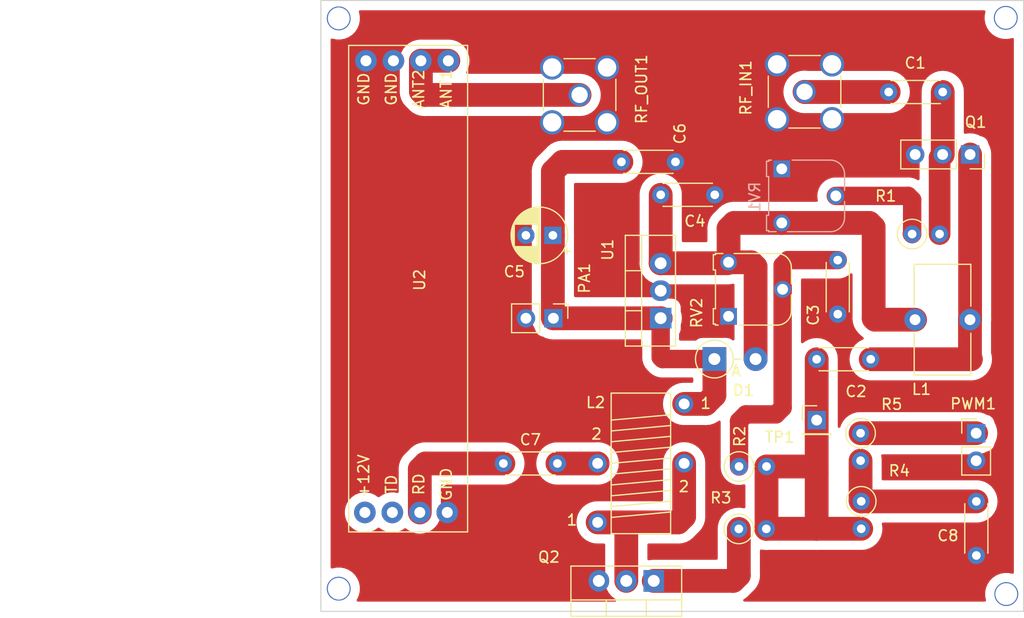
<source format=kicad_pcb>
(kicad_pcb (version 20171130) (host pcbnew 5.99.0+really5.1.10+dfsg1-1)

  (general
    (thickness 1.6)
    (drawings 14)
    (tracks 95)
    (zones 0)
    (modules 27)
    (nets 17)
  )

  (page User 200 200)
  (layers
    (0 F.Cu signal)
    (31 B.Cu signal hide)
    (33 F.Adhes user hide)
    (35 F.Paste user hide)
    (37 F.SilkS user)
    (38 B.Mask user hide)
    (39 F.Mask user hide)
    (40 Dwgs.User user hide)
    (41 Cmts.User user hide)
    (42 Eco1.User user hide)
    (43 Eco2.User user hide)
    (44 Edge.Cuts user)
    (45 Margin user hide)
    (46 B.CrtYd user hide)
    (47 F.CrtYd user)
    (49 F.Fab user)
  )

  (setup
    (last_trace_width 0.25)
    (user_trace_width 0.5)
    (user_trace_width 0.75)
    (user_trace_width 0.9)
    (user_trace_width 1)
    (user_trace_width 1.2)
    (user_trace_width 1.5)
    (user_trace_width 1.7)
    (user_trace_width 2)
    (user_trace_width 2.2)
    (user_trace_width 2.54)
    (trace_clearance 0.2)
    (zone_clearance 0.85)
    (zone_45_only no)
    (trace_min 0.2)
    (via_size 0.8)
    (via_drill 0.4)
    (via_min_size 0.4)
    (via_min_drill 0.3)
    (user_via 1.1 1)
    (user_via 2.2 2)
    (uvia_size 0.3)
    (uvia_drill 0.1)
    (uvias_allowed no)
    (uvia_min_size 0.2)
    (uvia_min_drill 0.1)
    (edge_width 0.1)
    (segment_width 0.2)
    (pcb_text_width 0.3)
    (pcb_text_size 1.5 1.5)
    (mod_edge_width 0.15)
    (mod_text_size 1 1)
    (mod_text_width 0.15)
    (pad_size 2.05 2.05)
    (pad_drill 1.5)
    (pad_to_mask_clearance 0)
    (aux_axis_origin 0 0)
    (visible_elements FFFFFF7F)
    (pcbplotparams
      (layerselection 0x011a0_7fffffff)
      (usegerberextensions false)
      (usegerberattributes true)
      (usegerberadvancedattributes true)
      (creategerberjobfile true)
      (excludeedgelayer true)
      (linewidth 0.100000)
      (plotframeref false)
      (viasonmask false)
      (mode 1)
      (useauxorigin false)
      (hpglpennumber 1)
      (hpglpenspeed 20)
      (hpglpendiameter 15.000000)
      (psnegative false)
      (psa4output false)
      (plotreference true)
      (plotvalue true)
      (plotinvisibletext false)
      (padsonsilk false)
      (subtractmaskfromsilk false)
      (outputformat 4)
      (mirror false)
      (drillshape 2)
      (scaleselection 1)
      (outputdirectory "plots/"))
  )

  (net 0 "")
  (net 1 GND)
  (net 2 +VDC)
  (net 3 "Net-(RF_OUT1-Pad1)")
  (net 4 "Net-(C3-Pad1)")
  (net 5 "Net-(PWM1-Pad1)")
  (net 6 /RF_OUT)
  (net 7 /DC_BIAS_1)
  (net 8 "Net-(C2-Pad2)")
  (net 9 /DC_BIAS)
  (net 10 "Net-(C4-Pad2)")
  (net 11 "Net-(Q2-Pad1)")
  (net 12 "Net-(R1-Pad1)")
  (net 13 /DRAIN)
  (net 14 "Net-(C7-Pad2)")
  (net 15 "Net-(C8-Pad1)")
  (net 16 /8-10mW)

  (net_class Default "This is the default net class."
    (clearance 0.2)
    (trace_width 0.25)
    (via_dia 0.8)
    (via_drill 0.4)
    (uvia_dia 0.3)
    (uvia_drill 0.1)
    (add_net +VDC)
    (add_net /8-10mW)
    (add_net /DC_BIAS)
    (add_net /DC_BIAS_1)
    (add_net /DRAIN)
    (add_net /RF_OUT)
    (add_net GND)
    (add_net "Net-(C2-Pad2)")
    (add_net "Net-(C3-Pad1)")
    (add_net "Net-(C4-Pad2)")
    (add_net "Net-(C7-Pad2)")
    (add_net "Net-(C8-Pad1)")
    (add_net "Net-(PWM1-Pad1)")
    (add_net "Net-(Q2-Pad1)")
    (add_net "Net-(R1-Pad1)")
    (add_net "Net-(RF_OUT1-Pad1)")
  )

  (module Capacitor_THT:C_Disc_D4.3mm_W1.9mm_P5.00mm (layer F.Cu) (tedit 5AE50EF0) (tstamp 61556D9A)
    (at 98.298 74.422)
    (descr "C, Disc series, Radial, pin pitch=5.00mm, , diameter*width=4.3*1.9mm^2, Capacitor, http://www.vishay.com/docs/45233/krseries.pdf")
    (tags "C Disc series Radial pin pitch 5.00mm  diameter 4.3mm width 1.9mm Capacitor")
    (path /6155A522)
    (fp_text reference C6 (at 5.41 -2.61 270) (layer F.SilkS)
      (effects (font (size 1 1) (thickness 0.15)))
    )
    (fp_text value 100nF (at 2.5 2.2) (layer F.Fab) hide
      (effects (font (size 1 1) (thickness 0.15)))
    )
    (fp_line (start 0.35 -0.95) (end 0.35 0.95) (layer F.Fab) (width 0.1))
    (fp_line (start 0.35 0.95) (end 4.65 0.95) (layer F.Fab) (width 0.1))
    (fp_line (start 4.65 0.95) (end 4.65 -0.95) (layer F.Fab) (width 0.1))
    (fp_line (start 4.65 -0.95) (end 0.35 -0.95) (layer F.Fab) (width 0.1))
    (fp_line (start 0.23 -1.07) (end 4.77 -1.07) (layer F.SilkS) (width 0.12))
    (fp_line (start 0.23 1.07) (end 4.77 1.07) (layer F.SilkS) (width 0.12))
    (fp_line (start 0.23 -1.07) (end 0.23 -1.055) (layer F.SilkS) (width 0.12))
    (fp_line (start 0.23 1.055) (end 0.23 1.07) (layer F.SilkS) (width 0.12))
    (fp_line (start 4.77 -1.07) (end 4.77 -1.055) (layer F.SilkS) (width 0.12))
    (fp_line (start 4.77 1.055) (end 4.77 1.07) (layer F.SilkS) (width 0.12))
    (fp_line (start -1.05 -1.2) (end -1.05 1.2) (layer F.CrtYd) (width 0.05))
    (fp_line (start -1.05 1.2) (end 6.05 1.2) (layer F.CrtYd) (width 0.05))
    (fp_line (start 6.05 1.2) (end 6.05 -1.2) (layer F.CrtYd) (width 0.05))
    (fp_line (start 6.05 -1.2) (end -1.05 -1.2) (layer F.CrtYd) (width 0.05))
    (fp_text user %R (at 2.5 0) (layer F.Fab)
      (effects (font (size 0.86 0.86) (thickness 0.129)))
    )
    (pad 2 thru_hole circle (at 5 0) (size 1.6 1.6) (drill 0.8) (layers *.Cu *.Mask)
      (net 1 GND))
    (pad 1 thru_hole circle (at 0 0) (size 1.6 1.6) (drill 0.8) (layers *.Cu *.Mask)
      (net 2 +VDC))
    (model ${KISYS3DMOD}/Capacitor_THT.3dshapes/C_Disc_D4.3mm_W1.9mm_P5.00mm.wrl
      (at (xyz 0 0 0))
      (scale (xyz 1 1 1))
      (rotate (xyz 0 0 0))
    )
  )

  (module Capacitor_THT:CP_Radial_D5.0mm_P2.50mm (layer F.Cu) (tedit 5AE50EF0) (tstamp 615559F0)
    (at 91.96 81.22 180)
    (descr "CP, Radial series, Radial, pin pitch=2.50mm, , diameter=5mm, Electrolytic Capacitor")
    (tags "CP Radial series Radial pin pitch 2.50mm  diameter 5mm Electrolytic Capacitor")
    (path /6068F2D2)
    (fp_text reference C5 (at 3.568 -3.362) (layer F.SilkS)
      (effects (font (size 1 1) (thickness 0.15)))
    )
    (fp_text value "10uF 50v" (at 1.25 3.75) (layer F.Fab) hide
      (effects (font (size 1 1) (thickness 0.15)))
    )
    (fp_line (start -1.304775 -1.725) (end -1.304775 -1.225) (layer F.SilkS) (width 0.12))
    (fp_line (start -1.554775 -1.475) (end -1.054775 -1.475) (layer F.SilkS) (width 0.12))
    (fp_line (start 3.851 -0.284) (end 3.851 0.284) (layer F.SilkS) (width 0.12))
    (fp_line (start 3.811 -0.518) (end 3.811 0.518) (layer F.SilkS) (width 0.12))
    (fp_line (start 3.771 -0.677) (end 3.771 0.677) (layer F.SilkS) (width 0.12))
    (fp_line (start 3.731 -0.805) (end 3.731 0.805) (layer F.SilkS) (width 0.12))
    (fp_line (start 3.691 -0.915) (end 3.691 0.915) (layer F.SilkS) (width 0.12))
    (fp_line (start 3.651 -1.011) (end 3.651 1.011) (layer F.SilkS) (width 0.12))
    (fp_line (start 3.611 -1.098) (end 3.611 1.098) (layer F.SilkS) (width 0.12))
    (fp_line (start 3.571 -1.178) (end 3.571 1.178) (layer F.SilkS) (width 0.12))
    (fp_line (start 3.531 1.04) (end 3.531 1.251) (layer F.SilkS) (width 0.12))
    (fp_line (start 3.531 -1.251) (end 3.531 -1.04) (layer F.SilkS) (width 0.12))
    (fp_line (start 3.491 1.04) (end 3.491 1.319) (layer F.SilkS) (width 0.12))
    (fp_line (start 3.491 -1.319) (end 3.491 -1.04) (layer F.SilkS) (width 0.12))
    (fp_line (start 3.451 1.04) (end 3.451 1.383) (layer F.SilkS) (width 0.12))
    (fp_line (start 3.451 -1.383) (end 3.451 -1.04) (layer F.SilkS) (width 0.12))
    (fp_line (start 3.411 1.04) (end 3.411 1.443) (layer F.SilkS) (width 0.12))
    (fp_line (start 3.411 -1.443) (end 3.411 -1.04) (layer F.SilkS) (width 0.12))
    (fp_line (start 3.371 1.04) (end 3.371 1.5) (layer F.SilkS) (width 0.12))
    (fp_line (start 3.371 -1.5) (end 3.371 -1.04) (layer F.SilkS) (width 0.12))
    (fp_line (start 3.331 1.04) (end 3.331 1.554) (layer F.SilkS) (width 0.12))
    (fp_line (start 3.331 -1.554) (end 3.331 -1.04) (layer F.SilkS) (width 0.12))
    (fp_line (start 3.291 1.04) (end 3.291 1.605) (layer F.SilkS) (width 0.12))
    (fp_line (start 3.291 -1.605) (end 3.291 -1.04) (layer F.SilkS) (width 0.12))
    (fp_line (start 3.251 1.04) (end 3.251 1.653) (layer F.SilkS) (width 0.12))
    (fp_line (start 3.251 -1.653) (end 3.251 -1.04) (layer F.SilkS) (width 0.12))
    (fp_line (start 3.211 1.04) (end 3.211 1.699) (layer F.SilkS) (width 0.12))
    (fp_line (start 3.211 -1.699) (end 3.211 -1.04) (layer F.SilkS) (width 0.12))
    (fp_line (start 3.171 1.04) (end 3.171 1.743) (layer F.SilkS) (width 0.12))
    (fp_line (start 3.171 -1.743) (end 3.171 -1.04) (layer F.SilkS) (width 0.12))
    (fp_line (start 3.131 1.04) (end 3.131 1.785) (layer F.SilkS) (width 0.12))
    (fp_line (start 3.131 -1.785) (end 3.131 -1.04) (layer F.SilkS) (width 0.12))
    (fp_line (start 3.091 1.04) (end 3.091 1.826) (layer F.SilkS) (width 0.12))
    (fp_line (start 3.091 -1.826) (end 3.091 -1.04) (layer F.SilkS) (width 0.12))
    (fp_line (start 3.051 1.04) (end 3.051 1.864) (layer F.SilkS) (width 0.12))
    (fp_line (start 3.051 -1.864) (end 3.051 -1.04) (layer F.SilkS) (width 0.12))
    (fp_line (start 3.011 1.04) (end 3.011 1.901) (layer F.SilkS) (width 0.12))
    (fp_line (start 3.011 -1.901) (end 3.011 -1.04) (layer F.SilkS) (width 0.12))
    (fp_line (start 2.971 1.04) (end 2.971 1.937) (layer F.SilkS) (width 0.12))
    (fp_line (start 2.971 -1.937) (end 2.971 -1.04) (layer F.SilkS) (width 0.12))
    (fp_line (start 2.931 1.04) (end 2.931 1.971) (layer F.SilkS) (width 0.12))
    (fp_line (start 2.931 -1.971) (end 2.931 -1.04) (layer F.SilkS) (width 0.12))
    (fp_line (start 2.891 1.04) (end 2.891 2.004) (layer F.SilkS) (width 0.12))
    (fp_line (start 2.891 -2.004) (end 2.891 -1.04) (layer F.SilkS) (width 0.12))
    (fp_line (start 2.851 1.04) (end 2.851 2.035) (layer F.SilkS) (width 0.12))
    (fp_line (start 2.851 -2.035) (end 2.851 -1.04) (layer F.SilkS) (width 0.12))
    (fp_line (start 2.811 1.04) (end 2.811 2.065) (layer F.SilkS) (width 0.12))
    (fp_line (start 2.811 -2.065) (end 2.811 -1.04) (layer F.SilkS) (width 0.12))
    (fp_line (start 2.771 1.04) (end 2.771 2.095) (layer F.SilkS) (width 0.12))
    (fp_line (start 2.771 -2.095) (end 2.771 -1.04) (layer F.SilkS) (width 0.12))
    (fp_line (start 2.731 1.04) (end 2.731 2.122) (layer F.SilkS) (width 0.12))
    (fp_line (start 2.731 -2.122) (end 2.731 -1.04) (layer F.SilkS) (width 0.12))
    (fp_line (start 2.691 1.04) (end 2.691 2.149) (layer F.SilkS) (width 0.12))
    (fp_line (start 2.691 -2.149) (end 2.691 -1.04) (layer F.SilkS) (width 0.12))
    (fp_line (start 2.651 1.04) (end 2.651 2.175) (layer F.SilkS) (width 0.12))
    (fp_line (start 2.651 -2.175) (end 2.651 -1.04) (layer F.SilkS) (width 0.12))
    (fp_line (start 2.611 1.04) (end 2.611 2.2) (layer F.SilkS) (width 0.12))
    (fp_line (start 2.611 -2.2) (end 2.611 -1.04) (layer F.SilkS) (width 0.12))
    (fp_line (start 2.571 1.04) (end 2.571 2.224) (layer F.SilkS) (width 0.12))
    (fp_line (start 2.571 -2.224) (end 2.571 -1.04) (layer F.SilkS) (width 0.12))
    (fp_line (start 2.531 1.04) (end 2.531 2.247) (layer F.SilkS) (width 0.12))
    (fp_line (start 2.531 -2.247) (end 2.531 -1.04) (layer F.SilkS) (width 0.12))
    (fp_line (start 2.491 1.04) (end 2.491 2.268) (layer F.SilkS) (width 0.12))
    (fp_line (start 2.491 -2.268) (end 2.491 -1.04) (layer F.SilkS) (width 0.12))
    (fp_line (start 2.451 1.04) (end 2.451 2.29) (layer F.SilkS) (width 0.12))
    (fp_line (start 2.451 -2.29) (end 2.451 -1.04) (layer F.SilkS) (width 0.12))
    (fp_line (start 2.411 1.04) (end 2.411 2.31) (layer F.SilkS) (width 0.12))
    (fp_line (start 2.411 -2.31) (end 2.411 -1.04) (layer F.SilkS) (width 0.12))
    (fp_line (start 2.371 1.04) (end 2.371 2.329) (layer F.SilkS) (width 0.12))
    (fp_line (start 2.371 -2.329) (end 2.371 -1.04) (layer F.SilkS) (width 0.12))
    (fp_line (start 2.331 1.04) (end 2.331 2.348) (layer F.SilkS) (width 0.12))
    (fp_line (start 2.331 -2.348) (end 2.331 -1.04) (layer F.SilkS) (width 0.12))
    (fp_line (start 2.291 1.04) (end 2.291 2.365) (layer F.SilkS) (width 0.12))
    (fp_line (start 2.291 -2.365) (end 2.291 -1.04) (layer F.SilkS) (width 0.12))
    (fp_line (start 2.251 1.04) (end 2.251 2.382) (layer F.SilkS) (width 0.12))
    (fp_line (start 2.251 -2.382) (end 2.251 -1.04) (layer F.SilkS) (width 0.12))
    (fp_line (start 2.211 1.04) (end 2.211 2.398) (layer F.SilkS) (width 0.12))
    (fp_line (start 2.211 -2.398) (end 2.211 -1.04) (layer F.SilkS) (width 0.12))
    (fp_line (start 2.171 1.04) (end 2.171 2.414) (layer F.SilkS) (width 0.12))
    (fp_line (start 2.171 -2.414) (end 2.171 -1.04) (layer F.SilkS) (width 0.12))
    (fp_line (start 2.131 1.04) (end 2.131 2.428) (layer F.SilkS) (width 0.12))
    (fp_line (start 2.131 -2.428) (end 2.131 -1.04) (layer F.SilkS) (width 0.12))
    (fp_line (start 2.091 1.04) (end 2.091 2.442) (layer F.SilkS) (width 0.12))
    (fp_line (start 2.091 -2.442) (end 2.091 -1.04) (layer F.SilkS) (width 0.12))
    (fp_line (start 2.051 1.04) (end 2.051 2.455) (layer F.SilkS) (width 0.12))
    (fp_line (start 2.051 -2.455) (end 2.051 -1.04) (layer F.SilkS) (width 0.12))
    (fp_line (start 2.011 1.04) (end 2.011 2.468) (layer F.SilkS) (width 0.12))
    (fp_line (start 2.011 -2.468) (end 2.011 -1.04) (layer F.SilkS) (width 0.12))
    (fp_line (start 1.971 1.04) (end 1.971 2.48) (layer F.SilkS) (width 0.12))
    (fp_line (start 1.971 -2.48) (end 1.971 -1.04) (layer F.SilkS) (width 0.12))
    (fp_line (start 1.93 1.04) (end 1.93 2.491) (layer F.SilkS) (width 0.12))
    (fp_line (start 1.93 -2.491) (end 1.93 -1.04) (layer F.SilkS) (width 0.12))
    (fp_line (start 1.89 1.04) (end 1.89 2.501) (layer F.SilkS) (width 0.12))
    (fp_line (start 1.89 -2.501) (end 1.89 -1.04) (layer F.SilkS) (width 0.12))
    (fp_line (start 1.85 1.04) (end 1.85 2.511) (layer F.SilkS) (width 0.12))
    (fp_line (start 1.85 -2.511) (end 1.85 -1.04) (layer F.SilkS) (width 0.12))
    (fp_line (start 1.81 1.04) (end 1.81 2.52) (layer F.SilkS) (width 0.12))
    (fp_line (start 1.81 -2.52) (end 1.81 -1.04) (layer F.SilkS) (width 0.12))
    (fp_line (start 1.77 1.04) (end 1.77 2.528) (layer F.SilkS) (width 0.12))
    (fp_line (start 1.77 -2.528) (end 1.77 -1.04) (layer F.SilkS) (width 0.12))
    (fp_line (start 1.73 1.04) (end 1.73 2.536) (layer F.SilkS) (width 0.12))
    (fp_line (start 1.73 -2.536) (end 1.73 -1.04) (layer F.SilkS) (width 0.12))
    (fp_line (start 1.69 1.04) (end 1.69 2.543) (layer F.SilkS) (width 0.12))
    (fp_line (start 1.69 -2.543) (end 1.69 -1.04) (layer F.SilkS) (width 0.12))
    (fp_line (start 1.65 1.04) (end 1.65 2.55) (layer F.SilkS) (width 0.12))
    (fp_line (start 1.65 -2.55) (end 1.65 -1.04) (layer F.SilkS) (width 0.12))
    (fp_line (start 1.61 1.04) (end 1.61 2.556) (layer F.SilkS) (width 0.12))
    (fp_line (start 1.61 -2.556) (end 1.61 -1.04) (layer F.SilkS) (width 0.12))
    (fp_line (start 1.57 1.04) (end 1.57 2.561) (layer F.SilkS) (width 0.12))
    (fp_line (start 1.57 -2.561) (end 1.57 -1.04) (layer F.SilkS) (width 0.12))
    (fp_line (start 1.53 1.04) (end 1.53 2.565) (layer F.SilkS) (width 0.12))
    (fp_line (start 1.53 -2.565) (end 1.53 -1.04) (layer F.SilkS) (width 0.12))
    (fp_line (start 1.49 1.04) (end 1.49 2.569) (layer F.SilkS) (width 0.12))
    (fp_line (start 1.49 -2.569) (end 1.49 -1.04) (layer F.SilkS) (width 0.12))
    (fp_line (start 1.45 -2.573) (end 1.45 2.573) (layer F.SilkS) (width 0.12))
    (fp_line (start 1.41 -2.576) (end 1.41 2.576) (layer F.SilkS) (width 0.12))
    (fp_line (start 1.37 -2.578) (end 1.37 2.578) (layer F.SilkS) (width 0.12))
    (fp_line (start 1.33 -2.579) (end 1.33 2.579) (layer F.SilkS) (width 0.12))
    (fp_line (start 1.29 -2.58) (end 1.29 2.58) (layer F.SilkS) (width 0.12))
    (fp_line (start 1.25 -2.58) (end 1.25 2.58) (layer F.SilkS) (width 0.12))
    (fp_line (start -0.633605 -1.3375) (end -0.633605 -0.8375) (layer F.Fab) (width 0.1))
    (fp_line (start -0.883605 -1.0875) (end -0.383605 -1.0875) (layer F.Fab) (width 0.1))
    (fp_circle (center 1.25 0) (end 4 0) (layer F.CrtYd) (width 0.05))
    (fp_circle (center 1.25 0) (end 3.87 0) (layer F.SilkS) (width 0.12))
    (fp_circle (center 1.25 0) (end 3.75 0) (layer F.Fab) (width 0.1))
    (fp_text user %R (at 1.25 0) (layer F.Fab)
      (effects (font (size 1 1) (thickness 0.15)))
    )
    (pad 2 thru_hole circle (at 2.5 0 180) (size 1.6 1.6) (drill 0.8) (layers *.Cu *.Mask)
      (net 1 GND))
    (pad 1 thru_hole rect (at 0 0 180) (size 1.6 1.6) (drill 0.8) (layers *.Cu *.Mask)
      (net 2 +VDC))
    (model ${KISYS3DMOD}/Capacitor_THT.3dshapes/CP_Radial_D5.0mm_P2.50mm.wrl
      (at (xyz 0 0 0))
      (scale (xyz 1 1 1))
      (rotate (xyz 0 0 0))
    )
  )

  (module Connector_PinHeader_2.54mm:PinHeader_1x01_P2.54mm_Vertical (layer F.Cu) (tedit 59FED5CC) (tstamp 61554968)
    (at 116.36 98.31)
    (descr "Through hole straight pin header, 1x01, 2.54mm pitch, single row")
    (tags "Through hole pin header THT 1x01 2.54mm single row")
    (path /61582AB5)
    (fp_text reference TP1 (at -3.42 1.57) (layer F.SilkS)
      (effects (font (size 1 1) (thickness 0.15)))
    )
    (fp_text value TestPoint (at 0 2.33) (layer F.Fab) hide
      (effects (font (size 1 1) (thickness 0.15)))
    )
    (fp_line (start -0.635 -1.27) (end 1.27 -1.27) (layer F.Fab) (width 0.1))
    (fp_line (start 1.27 -1.27) (end 1.27 1.27) (layer F.Fab) (width 0.1))
    (fp_line (start 1.27 1.27) (end -1.27 1.27) (layer F.Fab) (width 0.1))
    (fp_line (start -1.27 1.27) (end -1.27 -0.635) (layer F.Fab) (width 0.1))
    (fp_line (start -1.27 -0.635) (end -0.635 -1.27) (layer F.Fab) (width 0.1))
    (fp_line (start -1.33 1.33) (end 1.33 1.33) (layer F.SilkS) (width 0.12))
    (fp_line (start -1.33 1.27) (end -1.33 1.33) (layer F.SilkS) (width 0.12))
    (fp_line (start 1.33 1.27) (end 1.33 1.33) (layer F.SilkS) (width 0.12))
    (fp_line (start -1.33 1.27) (end 1.33 1.27) (layer F.SilkS) (width 0.12))
    (fp_line (start -1.33 0) (end -1.33 -1.33) (layer F.SilkS) (width 0.12))
    (fp_line (start -1.33 -1.33) (end 0 -1.33) (layer F.SilkS) (width 0.12))
    (fp_line (start -1.8 -1.8) (end -1.8 1.8) (layer F.CrtYd) (width 0.05))
    (fp_line (start -1.8 1.8) (end 1.8 1.8) (layer F.CrtYd) (width 0.05))
    (fp_line (start 1.8 1.8) (end 1.8 -1.8) (layer F.CrtYd) (width 0.05))
    (fp_line (start 1.8 -1.8) (end -1.8 -1.8) (layer F.CrtYd) (width 0.05))
    (fp_text user %R (at 0 0 90) (layer F.Fab)
      (effects (font (size 1 1) (thickness 0.15)))
    )
    (pad 1 thru_hole rect (at 0 0) (size 1.7 1.7) (drill 1) (layers *.Cu *.Mask)
      (net 9 /DC_BIAS))
    (model ${KISYS3DMOD}/Connector_PinHeader_2.54mm.3dshapes/PinHeader_1x01_P2.54mm_Vertical.wrl
      (at (xyz 0 0 0))
      (scale (xyz 1 1 1))
      (rotate (xyz 0 0 0))
    )
  )

  (module Potentiometer_THT:Potentiometer_Runtron_RM-065_Vertical (layer B.Cu) (tedit 5BF6754C) (tstamp 61551626)
    (at 113.13 75.07 270)
    (descr "Potentiometer, vertical, Trimmer, RM-065 http://www.runtron.com/down/PDF%20Datasheet/Carbon%20Film%20Potentiometer/RM065%20RM063.pdf")
    (tags "Potentiometer Trimmer RM-065")
    (path /614F3E55)
    (fp_text reference RV1 (at 2.6 2.5 270) (layer B.SilkS)
      (effects (font (size 1 1) (thickness 0.15)) (justify mirror))
    )
    (fp_text value 4.7k (at 2.6 -7.4 270) (layer B.Fab)
      (effects (font (size 1 1) (thickness 0.15)) (justify mirror))
    )
    (fp_line (start -0.71 1.41) (end 0.71 1.41) (layer B.SilkS) (width 0.12))
    (fp_line (start 0.71 1.21) (end 4.29 1.21) (layer B.SilkS) (width 0.12))
    (fp_line (start 4.29 1.21) (end 4.29 1.41) (layer B.SilkS) (width 0.12))
    (fp_line (start 4.29 1.41) (end 5.71 1.41) (layer B.SilkS) (width 0.12))
    (fp_line (start 5.71 1.41) (end 5.71 1.21) (layer B.SilkS) (width 0.12))
    (fp_line (start 1.99 -5.81) (end 0.5 -5.81) (layer B.SilkS) (width 0.12))
    (fp_line (start -0.81 -4.5) (end -0.81 -0.96) (layer B.SilkS) (width 0.12))
    (fp_line (start 5.81 -0.52) (end 5.81 -4.5) (layer B.SilkS) (width 0.12))
    (fp_line (start 4.5 -5.81) (end 3.01 -5.81) (layer B.SilkS) (width 0.12))
    (fp_line (start 0.5 -5.7) (end 4.5 -5.7) (layer B.Fab) (width 0.1))
    (fp_line (start 5.7 -4.5) (end 5.7 1.1) (layer B.Fab) (width 0.1))
    (fp_line (start -0.7 -4.5) (end -0.7 1.1) (layer B.Fab) (width 0.1))
    (fp_line (start -0.6 1.1) (end -0.6 1.3) (layer B.Fab) (width 0.1))
    (fp_line (start -0.6 1.3) (end 0.6 1.3) (layer B.Fab) (width 0.1))
    (fp_line (start 0.6 1.3) (end 0.6 1.1) (layer B.Fab) (width 0.1))
    (fp_line (start 5.6 1.1) (end 5.6 1.3) (layer B.Fab) (width 0.1))
    (fp_line (start 5.6 1.3) (end 4.41 1.3) (layer B.Fab) (width 0.1))
    (fp_line (start 4.4 1.3) (end 4.4 1.1) (layer B.Fab) (width 0.1))
    (fp_line (start 5.7 1.1) (end -0.7 1.1) (layer B.Fab) (width 0.1))
    (fp_line (start 6.05 -6.03) (end -1.05 -6.03) (layer B.CrtYd) (width 0.05))
    (fp_line (start 6.03 -6.05) (end 6.03 1.55) (layer B.CrtYd) (width 0.05))
    (fp_line (start -1.03 1.55) (end -1.03 -6.05) (layer B.CrtYd) (width 0.05))
    (fp_line (start -1.03 1.55) (end 6.03 1.55) (layer B.CrtYd) (width 0.05))
    (fp_circle (center 2.5 -2.5) (end 5.5 -2.5) (layer B.Fab) (width 0.1))
    (fp_line (start 0.71 1.21) (end 0.71 1.41) (layer B.SilkS) (width 0.12))
    (fp_line (start -0.71 1.41) (end -0.71 1.21) (layer B.SilkS) (width 0.12))
    (fp_line (start -0.71 1.21) (end -0.81 1.21) (layer B.SilkS) (width 0.12))
    (fp_line (start -0.81 1.21) (end -0.81 0.96) (layer B.SilkS) (width 0.12))
    (fp_line (start 5.71 1.21) (end 5.81 1.21) (layer B.SilkS) (width 0.12))
    (fp_line (start 5.81 1.21) (end 5.81 0.52) (layer B.SilkS) (width 0.12))
    (fp_arc (start 4.5 -4.5) (end 4.5 -5.81) (angle 90) (layer B.SilkS) (width 0.12))
    (fp_arc (start 0.5 -4.5) (end -0.81 -4.5) (angle 90) (layer B.SilkS) (width 0.12))
    (fp_arc (start 0.5 -4.5) (end -0.7 -4.5) (angle 90) (layer B.Fab) (width 0.1))
    (fp_arc (start 4.5 -4.5) (end 4.5 -5.7) (angle 90) (layer B.Fab) (width 0.1))
    (fp_text user %R (at 2.5 -2.5 270) (layer B.Fab)
      (effects (font (size 1 1) (thickness 0.15)) (justify mirror))
    )
    (pad 3 thru_hole circle (at 5 0 270) (size 1.55 1.55) (drill 1) (layers *.Cu *.Mask)
      (net 10 "Net-(C4-Pad2)"))
    (pad 1 thru_hole rect (at 0 0 270) (size 1.55 1.55) (drill 1) (layers *.Cu *.Mask)
      (net 1 GND))
    (pad 2 thru_hole circle (at 2.5 -5 270) (size 1.55 1.55) (drill 1) (layers *.Cu *.Mask)
      (net 12 "Net-(R1-Pad1)"))
    (model ${KIPRJMOD}/models/Poti_10kohm.stp
      (offset (xyz 2.5 -3.3 -1.5))
      (scale (xyz 1 1 1))
      (rotate (xyz -180 0 90))
    )
  )

  (module Diode_THT:D_DO-41_SOD81_P3.81mm_Vertical_AnodeUp (layer F.Cu) (tedit 5B526DD3) (tstamp 614DF06E)
    (at 106.9 92.66)
    (descr "Diode, DO-41_SOD81 series, Axial, Vertical, pin pitch=3.81mm, , length*diameter=5.2*2.7mm^2, , https://www.diodes.com/assets/Package-Files/DO-41-Plastic.pdf")
    (tags "Diode DO-41_SOD81 series Axial Vertical pin pitch 3.81mm  length 5.2mm diameter 2.7mm")
    (path /61502329)
    (fp_text reference D1 (at 2.69 2.9 180) (layer F.SilkS)
      (effects (font (size 1 1) (thickness 0.15)))
    )
    (fp_text value 1N4007 (at 1.71 3.05) (layer F.Fab) hide
      (effects (font (size 1 1) (thickness 0.15)))
    )
    (fp_circle (center 0 0) (end 1.35 0) (layer F.Fab) (width 0.1))
    (fp_circle (center 0 0) (end 1.750635 0) (layer F.SilkS) (width 0.12))
    (fp_line (start 0 0) (end 3.81 0) (layer F.Fab) (width 0.1))
    (fp_line (start 1.750635 0) (end 2.41 0) (layer F.SilkS) (width 0.12))
    (fp_line (start -1.6 -1.6) (end -1.6 1.6) (layer F.CrtYd) (width 0.05))
    (fp_line (start -1.6 1.6) (end 5.16 1.6) (layer F.CrtYd) (width 0.05))
    (fp_line (start 5.16 1.6) (end 5.16 -1.6) (layer F.CrtYd) (width 0.05))
    (fp_line (start 5.16 -1.6) (end -1.6 -1.6) (layer F.CrtYd) (width 0.05))
    (fp_text user A (at 2.01 1.1) (layer F.SilkS)
      (effects (font (size 1 1) (thickness 0.15)))
    )
    (fp_text user A (at 2.01 1.1) (layer F.Fab)
      (effects (font (size 1 1) (thickness 0.15)))
    )
    (fp_text user %R (at 1.905 -2.750635) (layer F.Fab) hide
      (effects (font (size 1 1) (thickness 0.15)))
    )
    (pad 2 thru_hole oval (at 3.81 0) (size 2.2 2.2) (drill 1.1) (layers *.Cu *.Mask)
      (net 10 "Net-(C4-Pad2)"))
    (pad 1 thru_hole rect (at 0 0) (size 2.2 2.2) (drill 1.1) (layers *.Cu *.Mask)
      (net 2 +VDC))
    (model ${KISYS3DMOD}/Diode_THT.3dshapes/D_DO-41_SOD81_P3.81mm_Vertical_AnodeUp.wrl
      (at (xyz 0 0 0))
      (scale (xyz 1 1 1))
      (rotate (xyz 0 0 0))
    )
  )

  (module Potentiometer_THT:Potentiometer_Runtron_RM-065_Vertical (layer F.Cu) (tedit 5BF6754C) (tstamp 615502A7)
    (at 108.21 88.71 90)
    (descr "Potentiometer, vertical, Trimmer, RM-065 http://www.runtron.com/down/PDF%20Datasheet/Carbon%20Film%20Potentiometer/RM065%20RM063.pdf")
    (tags "Potentiometer Trimmer RM-065")
    (path /61088B73)
    (fp_text reference RV2 (at 0.318 -2.95 90) (layer F.SilkS)
      (effects (font (size 1 1) (thickness 0.15)))
    )
    (fp_text value 4.7k (at 2.6 7.4 90) (layer F.Fab) hide
      (effects (font (size 1 1) (thickness 0.15)))
    )
    (fp_line (start 5.81 -1.21) (end 5.81 -0.52) (layer F.SilkS) (width 0.12))
    (fp_line (start 5.71 -1.21) (end 5.81 -1.21) (layer F.SilkS) (width 0.12))
    (fp_line (start -0.81 -1.21) (end -0.81 -0.96) (layer F.SilkS) (width 0.12))
    (fp_line (start -0.71 -1.21) (end -0.81 -1.21) (layer F.SilkS) (width 0.12))
    (fp_line (start -0.71 -1.41) (end -0.71 -1.21) (layer F.SilkS) (width 0.12))
    (fp_line (start 0.71 -1.21) (end 0.71 -1.41) (layer F.SilkS) (width 0.12))
    (fp_circle (center 2.5 2.5) (end 5.5 2.5) (layer F.Fab) (width 0.1))
    (fp_line (start -1.03 -1.55) (end 6.03 -1.55) (layer F.CrtYd) (width 0.05))
    (fp_line (start -1.03 -1.55) (end -1.03 6.05) (layer F.CrtYd) (width 0.05))
    (fp_line (start 6.03 6.05) (end 6.03 -1.55) (layer F.CrtYd) (width 0.05))
    (fp_line (start 6.05 6.03) (end -1.05 6.03) (layer F.CrtYd) (width 0.05))
    (fp_line (start 5.7 -1.1) (end -0.7 -1.1) (layer F.Fab) (width 0.1))
    (fp_line (start 4.4 -1.3) (end 4.4 -1.1) (layer F.Fab) (width 0.1))
    (fp_line (start 5.6 -1.3) (end 4.41 -1.3) (layer F.Fab) (width 0.1))
    (fp_line (start 5.6 -1.1) (end 5.6 -1.3) (layer F.Fab) (width 0.1))
    (fp_line (start 0.6 -1.3) (end 0.6 -1.1) (layer F.Fab) (width 0.1))
    (fp_line (start -0.6 -1.3) (end 0.6 -1.3) (layer F.Fab) (width 0.1))
    (fp_line (start -0.6 -1.1) (end -0.6 -1.3) (layer F.Fab) (width 0.1))
    (fp_line (start -0.7 4.5) (end -0.7 -1.1) (layer F.Fab) (width 0.1))
    (fp_line (start 5.7 4.5) (end 5.7 -1.1) (layer F.Fab) (width 0.1))
    (fp_line (start 0.5 5.7) (end 4.5 5.7) (layer F.Fab) (width 0.1))
    (fp_line (start 4.5 5.81) (end 3.01 5.81) (layer F.SilkS) (width 0.12))
    (fp_line (start 5.81 0.52) (end 5.81 4.5) (layer F.SilkS) (width 0.12))
    (fp_line (start -0.81 4.5) (end -0.81 0.96) (layer F.SilkS) (width 0.12))
    (fp_line (start 1.99 5.81) (end 0.5 5.81) (layer F.SilkS) (width 0.12))
    (fp_line (start 5.71 -1.41) (end 5.71 -1.21) (layer F.SilkS) (width 0.12))
    (fp_line (start 4.29 -1.41) (end 5.71 -1.41) (layer F.SilkS) (width 0.12))
    (fp_line (start 4.29 -1.21) (end 4.29 -1.41) (layer F.SilkS) (width 0.12))
    (fp_line (start 0.71 -1.21) (end 4.29 -1.21) (layer F.SilkS) (width 0.12))
    (fp_line (start -0.71 -1.41) (end 0.71 -1.41) (layer F.SilkS) (width 0.12))
    (fp_text user %R (at 2.5 2.5 90) (layer F.Fab)
      (effects (font (size 1 1) (thickness 0.15)))
    )
    (fp_arc (start 4.5 4.5) (end 4.5 5.7) (angle -90) (layer F.Fab) (width 0.1))
    (fp_arc (start 0.5 4.5) (end -0.7 4.5) (angle -90) (layer F.Fab) (width 0.1))
    (fp_arc (start 0.5 4.5) (end -0.81 4.5) (angle -90) (layer F.SilkS) (width 0.12))
    (fp_arc (start 4.5 4.5) (end 4.5 5.81) (angle -90) (layer F.SilkS) (width 0.12))
    (pad 2 thru_hole circle (at 2.5 5 90) (size 1.55 1.55) (drill 1) (layers *.Cu *.Mask)
      (net 4 "Net-(C3-Pad1)"))
    (pad 1 thru_hole rect (at 0 0 90) (size 1.55 1.55) (drill 1) (layers *.Cu *.Mask)
      (net 1 GND))
    (pad 3 thru_hole circle (at 5 0 90) (size 1.55 1.55) (drill 1) (layers *.Cu *.Mask)
      (net 10 "Net-(C4-Pad2)"))
    (model ${KIPRJMOD}/models/Poti_10kohm.stp
      (offset (xyz 2.5 -2.5 0))
      (scale (xyz 1 1 1))
      (rotate (xyz 0 0 90))
    )
  )

  (module Inductor_THT:L_Toroid_Vertical_L10.0mm_W5.0mm_P5.08mm (layer F.Cu) (tedit 5AE59B06) (tstamp 614DEB38)
    (at 130.54 89.02 270)
    (descr "L_Toroid, Vertical series, Radial, pin pitch=5.08mm, , length*width=10*5mm^2")
    (tags "L_Toroid Vertical series Radial pin pitch 5.08mm  length 10mm width 5mm")
    (path /6158E5EA)
    (fp_text reference L1 (at 6.44 4.49 180) (layer F.SilkS)
      (effects (font (size 1 1) (thickness 0.15)))
    )
    (fp_text value RFC1 (at 0 7.33 90) (layer F.Fab) hide
      (effects (font (size 1 1) (thickness 0.15)))
    )
    (fp_line (start -5 0.04) (end -5 5.04) (layer F.Fab) (width 0.1))
    (fp_line (start -5 5.04) (end 5 5.04) (layer F.Fab) (width 0.1))
    (fp_line (start 5 5.04) (end 5 0.04) (layer F.Fab) (width 0.1))
    (fp_line (start 5 0.04) (end -5 0.04) (layer F.Fab) (width 0.1))
    (fp_line (start -4 0) (end -4 5.08) (layer F.Fab) (width 0.1))
    (fp_line (start -4 5.08) (end 4 5.08) (layer F.Fab) (width 0.1))
    (fp_line (start 4 5.08) (end 4 0) (layer F.Fab) (width 0.1))
    (fp_line (start 4 0) (end -4 0) (layer F.Fab) (width 0.1))
    (fp_line (start -4 0) (end -3.6 5.08) (layer F.Fab) (width 0.1))
    (fp_line (start -3.2 0) (end -2.8 5.08) (layer F.Fab) (width 0.1))
    (fp_line (start -2.4 0) (end -2 5.08) (layer F.Fab) (width 0.1))
    (fp_line (start -1.6 0) (end -1.2 5.08) (layer F.Fab) (width 0.1))
    (fp_line (start -0.8 0) (end -0.4 5.08) (layer F.Fab) (width 0.1))
    (fp_line (start 0 0) (end 0.4 5.08) (layer F.Fab) (width 0.1))
    (fp_line (start 0.8 0) (end 1.2 5.08) (layer F.Fab) (width 0.1))
    (fp_line (start 1.6 0) (end 2 5.08) (layer F.Fab) (width 0.1))
    (fp_line (start 2.4 0) (end 2.8 5.08) (layer F.Fab) (width 0.1))
    (fp_line (start 3.2 0) (end 3.6 5.08) (layer F.Fab) (width 0.1))
    (fp_line (start -5.12 -0.08) (end -1.255 -0.08) (layer F.SilkS) (width 0.12))
    (fp_line (start 1.255 -0.08) (end 5.12 -0.08) (layer F.SilkS) (width 0.12))
    (fp_line (start -5.12 5.16) (end -1.255 5.16) (layer F.SilkS) (width 0.12))
    (fp_line (start 1.255 5.16) (end 5.12 5.16) (layer F.SilkS) (width 0.12))
    (fp_line (start -5.12 -0.08) (end -5.12 5.16) (layer F.SilkS) (width 0.12))
    (fp_line (start 5.12 -0.08) (end 5.12 5.16) (layer F.SilkS) (width 0.12))
    (fp_line (start -5.25 -1.25) (end -5.25 6.33) (layer F.CrtYd) (width 0.05))
    (fp_line (start -5.25 6.33) (end 5.25 6.33) (layer F.CrtYd) (width 0.05))
    (fp_line (start 5.25 6.33) (end 5.25 -1.25) (layer F.CrtYd) (width 0.05))
    (fp_line (start 5.25 -1.25) (end -5.25 -1.25) (layer F.CrtYd) (width 0.05))
    (fp_text user %R (at 2.54 0 90) (layer F.Fab)
      (effects (font (size 1 1) (thickness 0.15)))
    )
    (pad 2 thru_hole circle (at 0 5.08 270) (size 2 2) (drill 1) (layers *.Cu *.Mask)
      (net 10 "Net-(C4-Pad2)"))
    (pad 1 thru_hole circle (at 0 0 270) (size 2 2) (drill 1) (layers *.Cu *.Mask)
      (net 8 "Net-(C2-Pad2)"))
    (model ${KISYS3DMOD}/Inductor_THT.3dshapes/L_Toroid_Vertical_L10.0mm_W5.0mm_P5.08mm.wrl
      (at (xyz 0 0 0))
      (scale (xyz 1 1 1))
      (rotate (xyz 0 0 0))
    )
  )

  (module "footprints:FT50-43 Transformer" (layer F.Cu) (tedit 5ED525CE) (tstamp 614F3C7B)
    (at 100.1 110.31 180)
    (path /614F0EDB)
    (fp_text reference L2 (at 4.19 13.63 unlocked) (layer F.SilkS)
      (effects (font (size 1 1) (thickness 0.15)))
    )
    (fp_text value RFC2 (at 0 -0.5 180 unlocked) (layer F.Fab) hide
      (effects (font (size 1 1) (thickness 0.15)))
    )
    (fp_line (start -2.75 12.5) (end 2.75 12) (layer F.SilkS) (width 0.12))
    (fp_line (start -2.75 11.5) (end 2.75 11) (layer F.SilkS) (width 0.12))
    (fp_line (start -2.75 10.5) (end 2.75 10) (layer F.SilkS) (width 0.12))
    (fp_line (start -2.75 9.5) (end 2.75 9) (layer F.SilkS) (width 0.12))
    (fp_line (start -2.75 8.5) (end 2.75 8) (layer F.SilkS) (width 0.12))
    (fp_line (start -2.75 7.5) (end 2.75 7) (layer F.SilkS) (width 0.12))
    (fp_line (start -2.75 6.5) (end 2.75 6) (layer F.SilkS) (width 0.12))
    (fp_line (start -2.75 5.5) (end 2.75 5) (layer F.SilkS) (width 0.12))
    (fp_line (start -2.75 4.5) (end 2.75 4) (layer F.SilkS) (width 0.12))
    (fp_line (start -2.75 3.5) (end 2.75 3) (layer F.SilkS) (width 0.12))
    (fp_line (start 2.75 14.5) (end -2.75 14.5) (layer F.SilkS) (width 0.12))
    (fp_line (start 2.75 1.5) (end 2.75 14.5) (layer F.SilkS) (width 0.12))
    (fp_line (start -2.75 1.5) (end 2.75 1.5) (layer F.SilkS) (width 0.12))
    (fp_line (start -2.75 14.5) (end -2.75 1.5) (layer F.SilkS) (width 0.12))
    (fp_line (start -5 1) (end -5 15) (layer F.CrtYd) (width 0.12))
    (fp_line (start -5 15) (end 5 15) (layer F.CrtYd) (width 0.12))
    (fp_line (start 5 15) (end 5 1) (layer F.CrtYd) (width 0.12))
    (fp_line (start 5 1) (end -5 1) (layer F.CrtYd) (width 0.12))
    (pad 4 thru_hole circle (at -4 8 180) (size 1.7 1.7) (drill 1) (layers *.Cu *.Mask)
      (net 13 /DRAIN))
    (pad 3 thru_hole circle (at 4 8 180) (size 1.7 1.7) (drill 1) (layers *.Cu *.Mask)
      (net 14 "Net-(C7-Pad2)"))
    (pad 2 thru_hole circle (at -4 13.5 180) (size 1.7 1.7) (drill 1) (layers *.Cu *.Mask)
      (net 2 +VDC))
    (pad 1 thru_hole circle (at 4 2.54 180) (size 1.7 1.7) (drill 1) (layers *.Cu *.Mask)
      (net 13 /DRAIN))
  )

  (module Connector_PinSocket_2.54mm:PinSocket_1x03_P2.54mm_Vertical (layer F.Cu) (tedit 5A19A429) (tstamp 614DDC0E)
    (at 130.55 73.74 270)
    (descr "Through hole straight socket strip, 1x03, 2.54mm pitch, single row (from Kicad 4.0.7), script generated")
    (tags "Through hole socket strip THT 1x03 2.54mm single row")
    (path /614DA940)
    (fp_text reference Q1 (at -2.99 -0.514 180) (layer F.SilkS)
      (effects (font (size 1 1) (thickness 0.15)))
    )
    (fp_text value BS170 (at 0 7.85 90) (layer F.Fab) hide
      (effects (font (size 1 1) (thickness 0.15)))
    )
    (fp_line (start -1.27 -1.27) (end 0.635 -1.27) (layer F.Fab) (width 0.1))
    (fp_line (start 0.635 -1.27) (end 1.27 -0.635) (layer F.Fab) (width 0.1))
    (fp_line (start 1.27 -0.635) (end 1.27 6.35) (layer F.Fab) (width 0.1))
    (fp_line (start 1.27 6.35) (end -1.27 6.35) (layer F.Fab) (width 0.1))
    (fp_line (start -1.27 6.35) (end -1.27 -1.27) (layer F.Fab) (width 0.1))
    (fp_line (start -1.33 1.27) (end 1.33 1.27) (layer F.SilkS) (width 0.12))
    (fp_line (start -1.33 1.27) (end -1.33 6.41) (layer F.SilkS) (width 0.12))
    (fp_line (start -1.33 6.41) (end 1.33 6.41) (layer F.SilkS) (width 0.12))
    (fp_line (start 1.33 1.27) (end 1.33 6.41) (layer F.SilkS) (width 0.12))
    (fp_line (start 1.33 -1.33) (end 1.33 0) (layer F.SilkS) (width 0.12))
    (fp_line (start 0 -1.33) (end 1.33 -1.33) (layer F.SilkS) (width 0.12))
    (fp_line (start -1.8 -1.8) (end 1.75 -1.8) (layer F.CrtYd) (width 0.05))
    (fp_line (start 1.75 -1.8) (end 1.75 6.85) (layer F.CrtYd) (width 0.05))
    (fp_line (start 1.75 6.85) (end -1.8 6.85) (layer F.CrtYd) (width 0.05))
    (fp_line (start -1.8 6.85) (end -1.8 -1.8) (layer F.CrtYd) (width 0.05))
    (fp_text user %R (at 0 2.54) (layer F.Fab)
      (effects (font (size 1 1) (thickness 0.15)))
    )
    (pad 3 thru_hole oval (at 0 5.08 270) (size 1.7 1.7) (drill 1) (layers *.Cu *.Mask)
      (net 1 GND))
    (pad 2 thru_hole oval (at 0 2.54 270) (size 1.7 1.7) (drill 1) (layers *.Cu *.Mask)
      (net 7 /DC_BIAS_1))
    (pad 1 thru_hole rect (at 0 0 270) (size 1.7 1.7) (drill 1) (layers *.Cu *.Mask)
      (net 8 "Net-(C2-Pad2)"))
    (model ${KISYS3DMOD}/Connector_PinSocket_2.54mm.3dshapes/PinSocket_1x03_P2.54mm_Vertical.wrl
      (at (xyz 0 0 0))
      (scale (xyz 1 1 1))
      (rotate (xyz 0 0 0))
    )
    (model "${KIPRJMOD}/models/User Library-TO-92-2_54-line.STEP"
      (offset (xyz 0 -5 12))
      (scale (xyz 1 1 1))
      (rotate (xyz 0 0 -90))
    )
  )

  (module Capacitor_THT:C_Disc_D4.3mm_W1.9mm_P5.00mm (layer F.Cu) (tedit 5AE50EF0) (tstamp 614F3B72)
    (at 106.934 77.47 180)
    (descr "C, Disc series, Radial, pin pitch=5.00mm, , diameter*width=4.3*1.9mm^2, Capacitor, http://www.vishay.com/docs/45233/krseries.pdf")
    (tags "C Disc series Radial pin pitch 5.00mm  diameter 4.3mm width 1.9mm Capacitor")
    (path /6150BF1B)
    (fp_text reference C4 (at 1.834 -2.44) (layer F.SilkS)
      (effects (font (size 1 1) (thickness 0.15)))
    )
    (fp_text value 100nF (at 2.5 2.2) (layer F.Fab) hide
      (effects (font (size 1 1) (thickness 0.15)))
    )
    (fp_line (start 0.35 -0.95) (end 0.35 0.95) (layer F.Fab) (width 0.1))
    (fp_line (start 0.35 0.95) (end 4.65 0.95) (layer F.Fab) (width 0.1))
    (fp_line (start 4.65 0.95) (end 4.65 -0.95) (layer F.Fab) (width 0.1))
    (fp_line (start 4.65 -0.95) (end 0.35 -0.95) (layer F.Fab) (width 0.1))
    (fp_line (start 0.23 -1.07) (end 4.77 -1.07) (layer F.SilkS) (width 0.12))
    (fp_line (start 0.23 1.07) (end 4.77 1.07) (layer F.SilkS) (width 0.12))
    (fp_line (start 0.23 -1.07) (end 0.23 -1.055) (layer F.SilkS) (width 0.12))
    (fp_line (start 0.23 1.055) (end 0.23 1.07) (layer F.SilkS) (width 0.12))
    (fp_line (start 4.77 -1.07) (end 4.77 -1.055) (layer F.SilkS) (width 0.12))
    (fp_line (start 4.77 1.055) (end 4.77 1.07) (layer F.SilkS) (width 0.12))
    (fp_line (start -1.05 -1.2) (end -1.05 1.2) (layer F.CrtYd) (width 0.05))
    (fp_line (start -1.05 1.2) (end 6.05 1.2) (layer F.CrtYd) (width 0.05))
    (fp_line (start 6.05 1.2) (end 6.05 -1.2) (layer F.CrtYd) (width 0.05))
    (fp_line (start 6.05 -1.2) (end -1.05 -1.2) (layer F.CrtYd) (width 0.05))
    (fp_text user %R (at 2.5 0) (layer F.Fab)
      (effects (font (size 0.86 0.86) (thickness 0.129)))
    )
    (pad 2 thru_hole circle (at 5 0 180) (size 1.6 1.6) (drill 0.8) (layers *.Cu *.Mask)
      (net 10 "Net-(C4-Pad2)"))
    (pad 1 thru_hole circle (at 0 0 180) (size 1.6 1.6) (drill 0.8) (layers *.Cu *.Mask)
      (net 1 GND))
    (model ${KISYS3DMOD}/Capacitor_THT.3dshapes/C_Disc_D4.3mm_W1.9mm_P5.00mm.wrl
      (at (xyz 0 0 0))
      (scale (xyz 1 1 1))
      (rotate (xyz 0 0 0))
    )
  )

  (module Package_TO_SOT_THT:TO-220-3_Vertical (layer F.Cu) (tedit 5AC8BA0D) (tstamp 61556DCF)
    (at 101.93 88.88 90)
    (descr "TO-220-3, Vertical, RM 2.54mm, see https://www.vishay.com/docs/66542/to-220-1.pdf")
    (tags "TO-220-3 Vertical RM 2.54mm")
    (path /614EE45F)
    (fp_text reference U1 (at 6.33 -4.902 90) (layer F.SilkS)
      (effects (font (size 1 1) (thickness 0.15)))
    )
    (fp_text value CDIL_7805_TO220 (at 2.54 2.5 90) (layer F.Fab) hide
      (effects (font (size 1 1) (thickness 0.15)))
    )
    (fp_line (start 7.79 -3.4) (end -2.71 -3.4) (layer F.CrtYd) (width 0.05))
    (fp_line (start 7.79 1.51) (end 7.79 -3.4) (layer F.CrtYd) (width 0.05))
    (fp_line (start -2.71 1.51) (end 7.79 1.51) (layer F.CrtYd) (width 0.05))
    (fp_line (start -2.71 -3.4) (end -2.71 1.51) (layer F.CrtYd) (width 0.05))
    (fp_line (start 4.391 -3.27) (end 4.391 -1.76) (layer F.SilkS) (width 0.12))
    (fp_line (start 0.69 -3.27) (end 0.69 -1.76) (layer F.SilkS) (width 0.12))
    (fp_line (start -2.58 -1.76) (end 7.66 -1.76) (layer F.SilkS) (width 0.12))
    (fp_line (start 7.66 -3.27) (end 7.66 1.371) (layer F.SilkS) (width 0.12))
    (fp_line (start -2.58 -3.27) (end -2.58 1.371) (layer F.SilkS) (width 0.12))
    (fp_line (start -2.58 1.371) (end 7.66 1.371) (layer F.SilkS) (width 0.12))
    (fp_line (start -2.58 -3.27) (end 7.66 -3.27) (layer F.SilkS) (width 0.12))
    (fp_line (start 4.39 -3.15) (end 4.39 -1.88) (layer F.Fab) (width 0.1))
    (fp_line (start 0.69 -3.15) (end 0.69 -1.88) (layer F.Fab) (width 0.1))
    (fp_line (start -2.46 -1.88) (end 7.54 -1.88) (layer F.Fab) (width 0.1))
    (fp_line (start 7.54 -3.15) (end -2.46 -3.15) (layer F.Fab) (width 0.1))
    (fp_line (start 7.54 1.25) (end 7.54 -3.15) (layer F.Fab) (width 0.1))
    (fp_line (start -2.46 1.25) (end 7.54 1.25) (layer F.Fab) (width 0.1))
    (fp_line (start -2.46 -3.15) (end -2.46 1.25) (layer F.Fab) (width 0.1))
    (fp_text user %R (at 5.29 -4.66 90) (layer F.Fab) hide
      (effects (font (size 1 1) (thickness 0.15)))
    )
    (pad 3 thru_hole oval (at 5.08 0 90) (size 1.905 2) (drill 1.1) (layers *.Cu *.Mask)
      (net 10 "Net-(C4-Pad2)"))
    (pad 2 thru_hole oval (at 2.54 0 90) (size 1.905 2) (drill 1.1) (layers *.Cu *.Mask)
      (net 1 GND))
    (pad 1 thru_hole rect (at 0 0 90) (size 1.905 2) (drill 1.1) (layers *.Cu *.Mask)
      (net 2 +VDC))
    (model ${KISYS3DMOD}/Package_TO_SOT_THT.3dshapes/TO-220-3_Vertical.wrl
      (at (xyz 0 0 0))
      (scale (xyz 1 1 1))
      (rotate (xyz 0 0 0))
    )
    (model ${KIPRJMOD}/models/577102B00000.STEP
      (offset (xyz 2.5 3 12.5))
      (scale (xyz 1 1 1))
      (rotate (xyz 0 -180 0))
    )
  )

  (module Resistor_THT:R_Axial_DIN0207_L6.3mm_D2.5mm_P2.54mm_Vertical (layer F.Cu) (tedit 5AE5139B) (tstamp 614DDC36)
    (at 125.19 81.1)
    (descr "Resistor, Axial_DIN0207 series, Axial, Vertical, pin pitch=2.54mm, 0.25W = 1/4W, length*diameter=6.3*2.5mm^2, http://cdn-reichelt.de/documents/datenblatt/B400/1_4W%23YAG.pdf")
    (tags "Resistor Axial_DIN0207 series Axial Vertical pin pitch 2.54mm 0.25W = 1/4W length 6.3mm diameter 2.5mm")
    (path /614F3E5D)
    (fp_text reference R1 (at -2.44 -3.52 180) (layer F.SilkS)
      (effects (font (size 1 1) (thickness 0.15)))
    )
    (fp_text value 4.7k (at 1.27 2.37) (layer F.Fab) hide
      (effects (font (size 1 1) (thickness 0.15)))
    )
    (fp_line (start 3.59 -1.5) (end -1.5 -1.5) (layer F.CrtYd) (width 0.05))
    (fp_line (start 3.59 1.5) (end 3.59 -1.5) (layer F.CrtYd) (width 0.05))
    (fp_line (start -1.5 1.5) (end 3.59 1.5) (layer F.CrtYd) (width 0.05))
    (fp_line (start -1.5 -1.5) (end -1.5 1.5) (layer F.CrtYd) (width 0.05))
    (fp_line (start 1.37 0) (end 1.44 0) (layer F.SilkS) (width 0.12))
    (fp_line (start 0 0) (end 2.54 0) (layer F.Fab) (width 0.1))
    (fp_circle (center 0 0) (end 1.37 0) (layer F.SilkS) (width 0.12))
    (fp_circle (center 0 0) (end 1.25 0) (layer F.Fab) (width 0.1))
    (fp_text user %R (at 0.39 -3.64) (layer F.Fab) hide
      (effects (font (size 1 1) (thickness 0.15)))
    )
    (pad 2 thru_hole oval (at 2.54 0) (size 1.6 1.6) (drill 0.8) (layers *.Cu *.Mask)
      (net 7 /DC_BIAS_1))
    (pad 1 thru_hole circle (at 0 0) (size 1.6 1.6) (drill 0.8) (layers *.Cu *.Mask)
      (net 12 "Net-(R1-Pad1)"))
    (model ${KISYS3DMOD}/Resistor_THT.3dshapes/R_Axial_DIN0207_L6.3mm_D2.5mm_P2.54mm_Vertical.wrl
      (at (xyz 0 0 0))
      (scale (xyz 1 1 1))
      (rotate (xyz 0 0 0))
    )
  )

  (module Capacitor_THT:C_Disc_D4.3mm_W1.9mm_P5.00mm (layer F.Cu) (tedit 5AE50EF0) (tstamp 614DDABD)
    (at 128.02 67.96 180)
    (descr "C, Disc series, Radial, pin pitch=5.00mm, , diameter*width=4.3*1.9mm^2, Capacitor, http://www.vishay.com/docs/45233/krseries.pdf")
    (tags "C Disc series Radial pin pitch 5.00mm  diameter 4.3mm width 1.9mm Capacitor")
    (path /614E5B98)
    (fp_text reference C1 (at 2.544 2.682) (layer F.SilkS)
      (effects (font (size 1 1) (thickness 0.15)))
    )
    (fp_text value 100nF (at 2.5 2.2) (layer F.Fab) hide
      (effects (font (size 1 1) (thickness 0.15)))
    )
    (fp_line (start 6.05 -1.2) (end -1.05 -1.2) (layer F.CrtYd) (width 0.05))
    (fp_line (start 6.05 1.2) (end 6.05 -1.2) (layer F.CrtYd) (width 0.05))
    (fp_line (start -1.05 1.2) (end 6.05 1.2) (layer F.CrtYd) (width 0.05))
    (fp_line (start -1.05 -1.2) (end -1.05 1.2) (layer F.CrtYd) (width 0.05))
    (fp_line (start 4.77 1.055) (end 4.77 1.07) (layer F.SilkS) (width 0.12))
    (fp_line (start 4.77 -1.07) (end 4.77 -1.055) (layer F.SilkS) (width 0.12))
    (fp_line (start 0.23 1.055) (end 0.23 1.07) (layer F.SilkS) (width 0.12))
    (fp_line (start 0.23 -1.07) (end 0.23 -1.055) (layer F.SilkS) (width 0.12))
    (fp_line (start 0.23 1.07) (end 4.77 1.07) (layer F.SilkS) (width 0.12))
    (fp_line (start 0.23 -1.07) (end 4.77 -1.07) (layer F.SilkS) (width 0.12))
    (fp_line (start 4.65 -0.95) (end 0.35 -0.95) (layer F.Fab) (width 0.1))
    (fp_line (start 4.65 0.95) (end 4.65 -0.95) (layer F.Fab) (width 0.1))
    (fp_line (start 0.35 0.95) (end 4.65 0.95) (layer F.Fab) (width 0.1))
    (fp_line (start 0.35 -0.95) (end 0.35 0.95) (layer F.Fab) (width 0.1))
    (fp_text user %R (at 2.56 0.27) (layer F.Fab)
      (effects (font (size 0.86 0.86) (thickness 0.129)))
    )
    (pad 2 thru_hole circle (at 5 0 180) (size 1.6 1.6) (drill 0.8) (layers *.Cu *.Mask)
      (net 16 /8-10mW))
    (pad 1 thru_hole circle (at 0 0 180) (size 1.6 1.6) (drill 0.8) (layers *.Cu *.Mask)
      (net 7 /DC_BIAS_1))
    (model ${KISYS3DMOD}/Capacitor_THT.3dshapes/C_Disc_D4.3mm_W1.9mm_P5.00mm.wrl
      (at (xyz 0 0 0))
      (scale (xyz 1 1 1))
      (rotate (xyz 0 0 0))
    )
  )

  (module footprints:uSDX_LPF_Band_Module (layer F.Cu) (tedit 5F1374D2) (tstamp 6107A563)
    (at 41.07 109.65 90)
    (path /6102B655)
    (fp_text reference U2 (at 24.308 38.56 270) (layer F.SilkS)
      (effects (font (size 1 1) (thickness 0.15)))
    )
    (fp_text value "uSDX_LPF_BAND_MODULE (100v caps)" (at 25.07 35.512 270) (layer F.Fab)
      (effects (font (size 1 1) (thickness 0.15)))
    )
    (fp_line (start 1 32) (end 46 32) (layer F.SilkS) (width 0.12))
    (fp_line (start 46 32) (end 46 43) (layer F.SilkS) (width 0.12))
    (fp_line (start 46 43) (end 1 43) (layer F.SilkS) (width 0.12))
    (fp_line (start 1 43) (end 1 32) (layer F.SilkS) (width 0.12))
    (fp_text user ANT1 (at 41.95 41.02 270) (layer F.SilkS)
      (effects (font (size 1 1) (thickness 0.15)))
    )
    (fp_text user ANT2 (at 41.95 38.48 270) (layer F.SilkS)
      (effects (font (size 1 1) (thickness 0.15)))
    )
    (fp_text user GND (at 41.95 35.94 270) (layer F.SilkS)
      (effects (font (size 1 1) (thickness 0.15)))
    )
    (fp_text user GND (at 41.95 33.4 270) (layer F.SilkS)
      (effects (font (size 1 1) (thickness 0.15)))
    )
    (fp_text user +12V (at 6.17 33.39 270) (layer F.SilkS)
      (effects (font (size 1 1) (thickness 0.15)))
    )
    (fp_text user TD (at 5.41 35.95 270) (layer F.SilkS)
      (effects (font (size 1 1) (thickness 0.15)))
    )
    (fp_text user RD (at 5.41 38.49 270) (layer F.SilkS)
      (effects (font (size 1 1) (thickness 0.15)))
    )
    (fp_text user GND (at 5.41 41.03 270) (layer F.SilkS)
      (effects (font (size 1 1) (thickness 0.15)))
    )
    (pad 8 thru_hole circle (at 44.58 33.6 270) (size 2 2) (drill 1.016) (layers *.Cu *.Mask)
      (net 1 GND))
    (pad 7 thru_hole circle (at 44.58 36.14 270) (size 2 2) (drill 1.016) (layers *.Cu *.Mask)
      (net 1 GND))
    (pad 6 thru_hole circle (at 44.58 38.68 270) (size 2 2) (drill 1.016) (layers *.Cu *.Mask)
      (net 3 "Net-(RF_OUT1-Pad1)"))
    (pad 5 thru_hole circle (at 44.58 41.22 270) (size 2 2) (drill 1.016) (layers *.Cu *.Mask)
      (net 3 "Net-(RF_OUT1-Pad1)"))
    (pad 1 thru_hole circle (at 2.8 33.5 270) (size 2 2) (drill 1.016) (layers *.Cu *.Mask))
    (pad 2 thru_hole circle (at 2.8 36.04 270) (size 2 2) (drill 1.016) (layers *.Cu *.Mask))
    (pad 3 thru_hole circle (at 2.8 38.58 270) (size 2 2) (drill 1.016) (layers *.Cu *.Mask)
      (net 6 /RF_OUT))
    (pad 4 thru_hole circle (at 2.8 41.12 270) (size 2 2) (drill 1.016) (layers *.Cu *.Mask)
      (net 1 GND))
  )

  (module Capacitor_THT:C_Disc_D4.3mm_W1.9mm_P5.00mm (layer F.Cu) (tedit 5AE50EF0) (tstamp 61553305)
    (at 118.31 83.51 270)
    (descr "C, Disc series, Radial, pin pitch=5.00mm, , diameter*width=4.3*1.9mm^2, Capacitor, http://www.vishay.com/docs/45233/krseries.pdf")
    (tags "C Disc series Radial pin pitch 5.00mm  diameter 4.3mm width 1.9mm Capacitor")
    (path /611E4538)
    (fp_text reference C3 (at 5.09 2.27 270) (layer F.SilkS)
      (effects (font (size 1 1) (thickness 0.15)))
    )
    (fp_text value "1uF / 100nF" (at 2.5 2.2 90) (layer F.Fab) hide
      (effects (font (size 1 1) (thickness 0.15)))
    )
    (fp_line (start 6.05 -1.2) (end -1.05 -1.2) (layer F.CrtYd) (width 0.05))
    (fp_line (start 6.05 1.2) (end 6.05 -1.2) (layer F.CrtYd) (width 0.05))
    (fp_line (start -1.05 1.2) (end 6.05 1.2) (layer F.CrtYd) (width 0.05))
    (fp_line (start -1.05 -1.2) (end -1.05 1.2) (layer F.CrtYd) (width 0.05))
    (fp_line (start 4.77 1.055) (end 4.77 1.07) (layer F.SilkS) (width 0.12))
    (fp_line (start 4.77 -1.07) (end 4.77 -1.055) (layer F.SilkS) (width 0.12))
    (fp_line (start 0.23 1.055) (end 0.23 1.07) (layer F.SilkS) (width 0.12))
    (fp_line (start 0.23 -1.07) (end 0.23 -1.055) (layer F.SilkS) (width 0.12))
    (fp_line (start 0.23 1.07) (end 4.77 1.07) (layer F.SilkS) (width 0.12))
    (fp_line (start 0.23 -1.07) (end 4.77 -1.07) (layer F.SilkS) (width 0.12))
    (fp_line (start 4.65 -0.95) (end 0.35 -0.95) (layer F.Fab) (width 0.1))
    (fp_line (start 4.65 0.95) (end 4.65 -0.95) (layer F.Fab) (width 0.1))
    (fp_line (start 0.35 0.95) (end 4.65 0.95) (layer F.Fab) (width 0.1))
    (fp_line (start 0.35 -0.95) (end 0.35 0.95) (layer F.Fab) (width 0.1))
    (fp_text user %R (at 2.5 0 90) (layer F.Fab)
      (effects (font (size 0.86 0.86) (thickness 0.129)))
    )
    (pad 2 thru_hole circle (at 5 0 270) (size 1.6 1.6) (drill 0.8) (layers *.Cu *.Mask)
      (net 1 GND))
    (pad 1 thru_hole circle (at 0 0 270) (size 1.6 1.6) (drill 0.8) (layers *.Cu *.Mask)
      (net 4 "Net-(C3-Pad1)"))
    (model ${KISYS3DMOD}/Capacitor_THT.3dshapes/C_Disc_D4.3mm_W1.9mm_P5.00mm.wrl
      (at (xyz 0 0 0))
      (scale (xyz 1 1 1))
      (rotate (xyz 0 0 0))
    )
  )

  (module Capacitor_THT:C_Disc_D4.3mm_W1.9mm_P5.00mm (layer F.Cu) (tedit 5AE50EF0) (tstamp 6107C5B3)
    (at 87.38 102.32)
    (descr "C, Disc series, Radial, pin pitch=5.00mm, , diameter*width=4.3*1.9mm^2, Capacitor, http://www.vishay.com/docs/45233/krseries.pdf")
    (tags "C Disc series Radial pin pitch 5.00mm  diameter 4.3mm width 1.9mm Capacitor")
    (path /60E92E50)
    (fp_text reference C7 (at 2.5 -2.2) (layer F.SilkS)
      (effects (font (size 1 1) (thickness 0.15)))
    )
    (fp_text value 100nF (at 2.5 2.2) (layer F.Fab) hide
      (effects (font (size 1 1) (thickness 0.15)))
    )
    (fp_line (start 6.05 -1.2) (end -1.05 -1.2) (layer F.CrtYd) (width 0.05))
    (fp_line (start 6.05 1.2) (end 6.05 -1.2) (layer F.CrtYd) (width 0.05))
    (fp_line (start -1.05 1.2) (end 6.05 1.2) (layer F.CrtYd) (width 0.05))
    (fp_line (start -1.05 -1.2) (end -1.05 1.2) (layer F.CrtYd) (width 0.05))
    (fp_line (start 4.77 1.055) (end 4.77 1.07) (layer F.SilkS) (width 0.12))
    (fp_line (start 4.77 -1.07) (end 4.77 -1.055) (layer F.SilkS) (width 0.12))
    (fp_line (start 0.23 1.055) (end 0.23 1.07) (layer F.SilkS) (width 0.12))
    (fp_line (start 0.23 -1.07) (end 0.23 -1.055) (layer F.SilkS) (width 0.12))
    (fp_line (start 0.23 1.07) (end 4.77 1.07) (layer F.SilkS) (width 0.12))
    (fp_line (start 0.23 -1.07) (end 4.77 -1.07) (layer F.SilkS) (width 0.12))
    (fp_line (start 4.65 -0.95) (end 0.35 -0.95) (layer F.Fab) (width 0.1))
    (fp_line (start 4.65 0.95) (end 4.65 -0.95) (layer F.Fab) (width 0.1))
    (fp_line (start 0.35 0.95) (end 4.65 0.95) (layer F.Fab) (width 0.1))
    (fp_line (start 0.35 -0.95) (end 0.35 0.95) (layer F.Fab) (width 0.1))
    (fp_text user %R (at 2.5 0) (layer F.Fab)
      (effects (font (size 0.86 0.86) (thickness 0.129)))
    )
    (pad 2 thru_hole circle (at 5 0) (size 1.6 1.6) (drill 0.8) (layers *.Cu *.Mask)
      (net 14 "Net-(C7-Pad2)"))
    (pad 1 thru_hole circle (at 0 0) (size 1.6 1.6) (drill 0.8) (layers *.Cu *.Mask)
      (net 6 /RF_OUT))
    (model ${KISYS3DMOD}/Capacitor_THT.3dshapes/C_Disc_D4.3mm_W1.9mm_P5.00mm.wrl
      (at (xyz 0 0 0))
      (scale (xyz 1 1 1))
      (rotate (xyz 0 0 0))
    )
  )

  (module Resistor_THT:R_Axial_DIN0207_L6.3mm_D2.5mm_P2.54mm_Vertical (layer F.Cu) (tedit 5AE5139B) (tstamp 6107C502)
    (at 120.42 99.52 270)
    (descr "Resistor, Axial_DIN0207 series, Axial, Vertical, pin pitch=2.54mm, 0.25W = 1/4W, length*diameter=6.3*2.5mm^2, http://cdn-reichelt.de/documents/datenblatt/B400/1_4W%23YAG.pdf")
    (tags "Resistor Axial_DIN0207 series Axial Vertical pin pitch 2.54mm 0.25W = 1/4W length 6.3mm diameter 2.5mm")
    (path /61145775)
    (fp_text reference R5 (at -2.67 -2.88) (layer F.SilkS)
      (effects (font (size 1 1) (thickness 0.15)))
    )
    (fp_text value 10k (at -2.65 0.12 180) (layer F.Fab) hide
      (effects (font (size 1 1) (thickness 0.15)))
    )
    (fp_line (start 3.59 -1.5) (end -1.5 -1.5) (layer F.CrtYd) (width 0.05))
    (fp_line (start 3.59 1.5) (end 3.59 -1.5) (layer F.CrtYd) (width 0.05))
    (fp_line (start -1.5 1.5) (end 3.59 1.5) (layer F.CrtYd) (width 0.05))
    (fp_line (start -1.5 -1.5) (end -1.5 1.5) (layer F.CrtYd) (width 0.05))
    (fp_line (start 1.37 0) (end 1.44 0) (layer F.SilkS) (width 0.12))
    (fp_line (start 0 0) (end 2.54 0) (layer F.Fab) (width 0.1))
    (fp_circle (center 0 0) (end 1.37 0) (layer F.SilkS) (width 0.12))
    (fp_circle (center 0 0) (end 1.25 0) (layer F.Fab) (width 0.1))
    (fp_text user %R (at 4.606 0.044 180) (layer F.Fab) hide
      (effects (font (size 1 1) (thickness 0.15)))
    )
    (pad 2 thru_hole oval (at 2.54 0 270) (size 1.6 1.6) (drill 0.8) (layers *.Cu *.Mask)
      (net 15 "Net-(C8-Pad1)"))
    (pad 1 thru_hole circle (at 0 0 270) (size 1.6 1.6) (drill 0.8) (layers *.Cu *.Mask)
      (net 5 "Net-(PWM1-Pad1)"))
    (model ${KISYS3DMOD}/Resistor_THT.3dshapes/R_Axial_DIN0207_L6.3mm_D2.5mm_P2.54mm_Vertical.wrl
      (at (xyz 0 0 0))
      (scale (xyz 1 1 1))
      (rotate (xyz 0 0 0))
    )
  )

  (module Resistor_THT:R_Axial_DIN0207_L6.3mm_D2.5mm_P2.54mm_Vertical (layer F.Cu) (tedit 5AE5139B) (tstamp 6107C7F0)
    (at 120.48 105.82 270)
    (descr "Resistor, Axial_DIN0207 series, Axial, Vertical, pin pitch=2.54mm, 0.25W = 1/4W, length*diameter=6.3*2.5mm^2, http://cdn-reichelt.de/documents/datenblatt/B400/1_4W%23YAG.pdf")
    (tags "Resistor Axial_DIN0207 series Axial Vertical pin pitch 2.54mm 0.25W = 1/4W length 6.3mm diameter 2.5mm")
    (path /61144232)
    (fp_text reference R4 (at -2.82 -3.52 180) (layer F.SilkS)
      (effects (font (size 1 1) (thickness 0.15)))
    )
    (fp_text value 10k (at 0.03 2.44 90) (layer F.Fab) hide
      (effects (font (size 1 1) (thickness 0.15)))
    )
    (fp_line (start 3.59 -1.5) (end -1.5 -1.5) (layer F.CrtYd) (width 0.05))
    (fp_line (start 3.59 1.5) (end 3.59 -1.5) (layer F.CrtYd) (width 0.05))
    (fp_line (start -1.5 1.5) (end 3.59 1.5) (layer F.CrtYd) (width 0.05))
    (fp_line (start -1.5 -1.5) (end -1.5 1.5) (layer F.CrtYd) (width 0.05))
    (fp_line (start 1.37 0) (end 1.44 0) (layer F.SilkS) (width 0.12))
    (fp_line (start 0 0) (end 2.54 0) (layer F.Fab) (width 0.1))
    (fp_circle (center 0 0) (end 1.37 0) (layer F.SilkS) (width 0.12))
    (fp_circle (center 0 0) (end 1.25 0) (layer F.Fab) (width 0.1))
    (fp_text user %R (at 1.27 -2.37 90) (layer F.Fab) hide
      (effects (font (size 1 1) (thickness 0.15)))
    )
    (pad 2 thru_hole oval (at 2.54 0 270) (size 1.6 1.6) (drill 0.8) (layers *.Cu *.Mask)
      (net 9 /DC_BIAS))
    (pad 1 thru_hole circle (at 0 0 270) (size 1.6 1.6) (drill 0.8) (layers *.Cu *.Mask)
      (net 15 "Net-(C8-Pad1)"))
    (model ${KISYS3DMOD}/Resistor_THT.3dshapes/R_Axial_DIN0207_L6.3mm_D2.5mm_P2.54mm_Vertical.wrl
      (at (xyz 0 0 0))
      (scale (xyz 1 1 1))
      (rotate (xyz 0 0 0))
    )
  )

  (module Connector_PinHeader_2.54mm:PinHeader_1x02_P2.54mm_Vertical (layer F.Cu) (tedit 59FED5CC) (tstamp 6107C722)
    (at 131.11 99.52)
    (descr "Through hole straight pin header, 1x02, 2.54mm pitch, single row")
    (tags "Through hole pin header THT 1x02 2.54mm single row")
    (path /61187DF9)
    (fp_text reference PWM1 (at -0.27 -2.72) (layer F.SilkS)
      (effects (font (size 1 1) (thickness 0.15)))
    )
    (fp_text value Conn_01x02 (at 0 4.87) (layer F.Fab) hide
      (effects (font (size 1 1) (thickness 0.15)))
    )
    (fp_line (start 1.8 -1.8) (end -1.8 -1.8) (layer F.CrtYd) (width 0.05))
    (fp_line (start 1.8 4.35) (end 1.8 -1.8) (layer F.CrtYd) (width 0.05))
    (fp_line (start -1.8 4.35) (end 1.8 4.35) (layer F.CrtYd) (width 0.05))
    (fp_line (start -1.8 -1.8) (end -1.8 4.35) (layer F.CrtYd) (width 0.05))
    (fp_line (start -1.33 -1.33) (end 0 -1.33) (layer F.SilkS) (width 0.12))
    (fp_line (start -1.33 0) (end -1.33 -1.33) (layer F.SilkS) (width 0.12))
    (fp_line (start -1.33 1.27) (end 1.33 1.27) (layer F.SilkS) (width 0.12))
    (fp_line (start 1.33 1.27) (end 1.33 3.87) (layer F.SilkS) (width 0.12))
    (fp_line (start -1.33 1.27) (end -1.33 3.87) (layer F.SilkS) (width 0.12))
    (fp_line (start -1.33 3.87) (end 1.33 3.87) (layer F.SilkS) (width 0.12))
    (fp_line (start -1.27 -0.635) (end -0.635 -1.27) (layer F.Fab) (width 0.1))
    (fp_line (start -1.27 3.81) (end -1.27 -0.635) (layer F.Fab) (width 0.1))
    (fp_line (start 1.27 3.81) (end -1.27 3.81) (layer F.Fab) (width 0.1))
    (fp_line (start 1.27 -1.27) (end 1.27 3.81) (layer F.Fab) (width 0.1))
    (fp_line (start -0.635 -1.27) (end 1.27 -1.27) (layer F.Fab) (width 0.1))
    (fp_text user %R (at 0 1.27 90) (layer F.Fab)
      (effects (font (size 1 1) (thickness 0.15)))
    )
    (pad 2 thru_hole oval (at 0 2.54) (size 1.7 1.7) (drill 1) (layers *.Cu *.Mask)
      (net 1 GND))
    (pad 1 thru_hole rect (at 0 0) (size 1.7 1.7) (drill 1) (layers *.Cu *.Mask)
      (net 5 "Net-(PWM1-Pad1)"))
    (model ${KIPRJMOD}/models/22-23-2021.stp
      (offset (xyz 0 -1.3 2))
      (scale (xyz 1 1 1))
      (rotate (xyz -90 0 90))
    )
  )

  (module Capacitor_THT:C_Disc_D4.3mm_W1.9mm_P5.00mm (layer F.Cu) (tedit 5AE50EF0) (tstamp 6107C358)
    (at 131.13 105.83 270)
    (descr "C, Disc series, Radial, pin pitch=5.00mm, , diameter*width=4.3*1.9mm^2, Capacitor, http://www.vishay.com/docs/45233/krseries.pdf")
    (tags "C Disc series Radial pin pitch 5.00mm  diameter 4.3mm width 1.9mm Capacitor")
    (path /6114C695)
    (fp_text reference C8 (at 3.17 2.63 180) (layer F.SilkS)
      (effects (font (size 1 1) (thickness 0.15)))
    )
    (fp_text value 10nF (at 2.5 2.2 90) (layer F.Fab) hide
      (effects (font (size 1 1) (thickness 0.15)))
    )
    (fp_line (start 6.05 -1.2) (end -1.05 -1.2) (layer F.CrtYd) (width 0.05))
    (fp_line (start 6.05 1.2) (end 6.05 -1.2) (layer F.CrtYd) (width 0.05))
    (fp_line (start -1.05 1.2) (end 6.05 1.2) (layer F.CrtYd) (width 0.05))
    (fp_line (start -1.05 -1.2) (end -1.05 1.2) (layer F.CrtYd) (width 0.05))
    (fp_line (start 4.77 1.055) (end 4.77 1.07) (layer F.SilkS) (width 0.12))
    (fp_line (start 4.77 -1.07) (end 4.77 -1.055) (layer F.SilkS) (width 0.12))
    (fp_line (start 0.23 1.055) (end 0.23 1.07) (layer F.SilkS) (width 0.12))
    (fp_line (start 0.23 -1.07) (end 0.23 -1.055) (layer F.SilkS) (width 0.12))
    (fp_line (start 0.23 1.07) (end 4.77 1.07) (layer F.SilkS) (width 0.12))
    (fp_line (start 0.23 -1.07) (end 4.77 -1.07) (layer F.SilkS) (width 0.12))
    (fp_line (start 4.65 -0.95) (end 0.35 -0.95) (layer F.Fab) (width 0.1))
    (fp_line (start 4.65 0.95) (end 4.65 -0.95) (layer F.Fab) (width 0.1))
    (fp_line (start 0.35 0.95) (end 4.65 0.95) (layer F.Fab) (width 0.1))
    (fp_line (start 0.35 -0.95) (end 0.35 0.95) (layer F.Fab) (width 0.1))
    (fp_text user %R (at 2.5 0 180) (layer F.Fab) hide
      (effects (font (size 0.86 0.86) (thickness 0.129)))
    )
    (pad 2 thru_hole circle (at 5 0 270) (size 1.6 1.6) (drill 0.8) (layers *.Cu *.Mask)
      (net 1 GND))
    (pad 1 thru_hole circle (at 0 0 270) (size 1.6 1.6) (drill 0.8) (layers *.Cu *.Mask)
      (net 15 "Net-(C8-Pad1)"))
    (model ${KISYS3DMOD}/Capacitor_THT.3dshapes/C_Disc_D4.3mm_W1.9mm_P5.00mm.wrl
      (at (xyz 0 0 0))
      (scale (xyz 1 1 1))
      (rotate (xyz 0 0 0))
    )
  )

  (module Connector_Coaxial:SMA_Amphenol_901-144_Vertical (layer F.Cu) (tedit 5B2F4C32) (tstamp 6107C7B6)
    (at 94.43 68.23)
    (descr https://www.amphenolrf.com/downloads/dl/file/id/7023/product/3103/901_144_customer_drawing.pdf)
    (tags "SMA THT Female Jack Vertical")
    (path /610F637F)
    (fp_text reference RF_OUT1 (at 5.73 -0.53 90) (layer F.SilkS)
      (effects (font (size 1 1) (thickness 0.15)))
    )
    (fp_text value Conn_Coaxial (at 0 5) (layer F.Fab) hide
      (effects (font (size 1 1) (thickness 0.15)))
    )
    (fp_line (start -1.45 -3.355) (end 1.45 -3.355) (layer F.SilkS) (width 0.12))
    (fp_line (start -1.45 3.355) (end 1.45 3.355) (layer F.SilkS) (width 0.12))
    (fp_line (start 3.355 -1.45) (end 3.355 1.45) (layer F.SilkS) (width 0.12))
    (fp_line (start -3.355 -1.45) (end -3.355 1.45) (layer F.SilkS) (width 0.12))
    (fp_line (start 3.175 -3.175) (end 3.175 3.175) (layer F.Fab) (width 0.1))
    (fp_line (start -3.175 3.175) (end 3.175 3.175) (layer F.Fab) (width 0.1))
    (fp_line (start -3.175 -3.175) (end -3.175 3.175) (layer F.Fab) (width 0.1))
    (fp_line (start -3.175 -3.175) (end 3.175 -3.175) (layer F.Fab) (width 0.1))
    (fp_line (start -4.17 -4.17) (end 4.17 -4.17) (layer F.CrtYd) (width 0.05))
    (fp_line (start -4.17 -4.17) (end -4.17 4.17) (layer F.CrtYd) (width 0.05))
    (fp_line (start 4.17 4.17) (end 4.17 -4.17) (layer F.CrtYd) (width 0.05))
    (fp_line (start 4.17 4.17) (end -4.17 4.17) (layer F.CrtYd) (width 0.05))
    (fp_circle (center 0 0) (end 3.175 0) (layer F.Fab) (width 0.1))
    (fp_text user %R (at -0.09 0.14) (layer F.Fab)
      (effects (font (size 1 1) (thickness 0.15)))
    )
    (pad 2 thru_hole circle (at -2.54 2.54) (size 2.25 2.25) (drill 1.7) (layers *.Cu *.Mask)
      (net 1 GND))
    (pad 2 thru_hole circle (at -2.54 -2.54) (size 2.25 2.25) (drill 1.7) (layers *.Cu *.Mask)
      (net 1 GND))
    (pad 2 thru_hole circle (at 2.54 -2.54) (size 2.25 2.25) (drill 1.7) (layers *.Cu *.Mask)
      (net 1 GND))
    (pad 2 thru_hole circle (at 2.54 2.54) (size 2.25 2.25) (drill 1.7) (layers *.Cu *.Mask)
      (net 1 GND))
    (pad 1 thru_hole circle (at 0 0) (size 2.05 2.05) (drill 1.5) (layers *.Cu *.Mask)
      (net 3 "Net-(RF_OUT1-Pad1)"))
    (model ${KISYS3DMOD}/Connector_Coaxial.3dshapes/SMA_Amphenol_901-144_Vertical.wrl
      (at (xyz 0 0 0))
      (scale (xyz 1 1 1))
      (rotate (xyz 0 0 0))
    )
    (model ${KIPRJMOD}/models/901-144.stp
      (offset (xyz 0 0 9.5))
      (scale (xyz 1 1 1))
      (rotate (xyz 0 -90 0))
    )
  )

  (module Resistor_THT:R_Axial_DIN0207_L6.3mm_D2.5mm_P2.54mm_Vertical (layer F.Cu) (tedit 5AE5139B) (tstamp 6107C31F)
    (at 109.16 108.37)
    (descr "Resistor, Axial_DIN0207 series, Axial, Vertical, pin pitch=2.54mm, 0.25W = 1/4W, length*diameter=6.3*2.5mm^2, http://cdn-reichelt.de/documents/datenblatt/B400/1_4W%23YAG.pdf")
    (tags "Resistor Axial_DIN0207 series Axial Vertical pin pitch 2.54mm 0.25W = 1/4W length 6.3mm diameter 2.5mm")
    (path /61370EAF)
    (fp_text reference R3 (at -1.66 -2.87) (layer F.SilkS)
      (effects (font (size 1 1) (thickness 0.15)))
    )
    (fp_text value "4.7 2W" (at 1.27 2.37) (layer F.Fab) hide
      (effects (font (size 1 1) (thickness 0.15)))
    )
    (fp_circle (center 0 0) (end 1.25 0) (layer F.Fab) (width 0.1))
    (fp_circle (center 0 0) (end 1.37 0) (layer F.SilkS) (width 0.12))
    (fp_line (start 0 0) (end 2.54 0) (layer F.Fab) (width 0.1))
    (fp_line (start 1.37 0) (end 1.44 0) (layer F.SilkS) (width 0.12))
    (fp_line (start -1.5 -1.5) (end -1.5 1.5) (layer F.CrtYd) (width 0.05))
    (fp_line (start -1.5 1.5) (end 3.59 1.5) (layer F.CrtYd) (width 0.05))
    (fp_line (start 3.59 1.5) (end 3.59 -1.5) (layer F.CrtYd) (width 0.05))
    (fp_line (start 3.59 -1.5) (end -1.5 -1.5) (layer F.CrtYd) (width 0.05))
    (fp_text user %R (at 1.27 -2.37) (layer F.Fab) hide
      (effects (font (size 1 1) (thickness 0.15)))
    )
    (pad 2 thru_hole oval (at 2.54 0) (size 1.6 1.6) (drill 0.8) (layers *.Cu *.Mask)
      (net 9 /DC_BIAS))
    (pad 1 thru_hole circle (at 0 0) (size 1.6 1.6) (drill 0.8) (layers *.Cu *.Mask)
      (net 11 "Net-(Q2-Pad1)"))
    (model ${KISYS3DMOD}/Resistor_THT.3dshapes/R_Axial_DIN0207_L6.3mm_D2.5mm_P2.54mm_Vertical.wrl
      (at (xyz 0 0 0))
      (scale (xyz 1 1 1))
      (rotate (xyz 0 0 0))
    )
  )

  (module Capacitor_THT:C_Disc_D4.3mm_W1.9mm_P5.00mm (layer F.Cu) (tedit 5AE50EF0) (tstamp 6107C4CC)
    (at 116.36 92.68)
    (descr "C, Disc series, Radial, pin pitch=5.00mm, , diameter*width=4.3*1.9mm^2, Capacitor, http://www.vishay.com/docs/45233/krseries.pdf")
    (tags "C Disc series Radial pin pitch 5.00mm  diameter 4.3mm width 1.9mm Capacitor")
    (path /6102B654)
    (fp_text reference C2 (at 3.64 2.98) (layer F.SilkS)
      (effects (font (size 1 1) (thickness 0.15)))
    )
    (fp_text value 100nF (at 2.5 2.2) (layer F.Fab) hide
      (effects (font (size 1 1) (thickness 0.15)))
    )
    (fp_line (start 0.35 -0.95) (end 0.35 0.95) (layer F.Fab) (width 0.1))
    (fp_line (start 0.35 0.95) (end 4.65 0.95) (layer F.Fab) (width 0.1))
    (fp_line (start 4.65 0.95) (end 4.65 -0.95) (layer F.Fab) (width 0.1))
    (fp_line (start 4.65 -0.95) (end 0.35 -0.95) (layer F.Fab) (width 0.1))
    (fp_line (start 0.23 -1.07) (end 4.77 -1.07) (layer F.SilkS) (width 0.12))
    (fp_line (start 0.23 1.07) (end 4.77 1.07) (layer F.SilkS) (width 0.12))
    (fp_line (start 0.23 -1.07) (end 0.23 -1.055) (layer F.SilkS) (width 0.12))
    (fp_line (start 0.23 1.055) (end 0.23 1.07) (layer F.SilkS) (width 0.12))
    (fp_line (start 4.77 -1.07) (end 4.77 -1.055) (layer F.SilkS) (width 0.12))
    (fp_line (start 4.77 1.055) (end 4.77 1.07) (layer F.SilkS) (width 0.12))
    (fp_line (start -1.05 -1.2) (end -1.05 1.2) (layer F.CrtYd) (width 0.05))
    (fp_line (start -1.05 1.2) (end 6.05 1.2) (layer F.CrtYd) (width 0.05))
    (fp_line (start 6.05 1.2) (end 6.05 -1.2) (layer F.CrtYd) (width 0.05))
    (fp_line (start 6.05 -1.2) (end -1.05 -1.2) (layer F.CrtYd) (width 0.05))
    (fp_text user %R (at 2.5 0) (layer F.Fab) hide
      (effects (font (size 0.86 0.86) (thickness 0.129)))
    )
    (pad 2 thru_hole circle (at 5 0) (size 1.6 1.6) (drill 0.8) (layers *.Cu *.Mask)
      (net 8 "Net-(C2-Pad2)"))
    (pad 1 thru_hole circle (at 0 0) (size 1.6 1.6) (drill 0.8) (layers *.Cu *.Mask)
      (net 9 /DC_BIAS))
    (model ${KISYS3DMOD}/Capacitor_THT.3dshapes/C_Disc_D4.3mm_W1.9mm_P5.00mm.wrl
      (at (xyz 0 0 0))
      (scale (xyz 1 1 1))
      (rotate (xyz 0 0 0))
    )
  )

  (module Connector_PinHeader_2.54mm:PinHeader_1x02_P2.54mm_Vertical (layer F.Cu) (tedit 59FED5CC) (tstamp 615504F1)
    (at 92.01 88.89 270)
    (descr "Through hole straight pin header, 1x02, 2.54mm pitch, single row")
    (tags "Through hole pin header THT 1x02 2.54mm single row")
    (path /61332085)
    (fp_text reference PA1 (at -3.7 -2.87 270) (layer F.SilkS)
      (effects (font (size 1 1) (thickness 0.15)))
    )
    (fp_text value VDC (at 0 4.87 90) (layer F.Fab) hide
      (effects (font (size 1 1) (thickness 0.15)))
    )
    (fp_line (start -0.635 -1.27) (end 1.27 -1.27) (layer F.Fab) (width 0.1))
    (fp_line (start 1.27 -1.27) (end 1.27 3.81) (layer F.Fab) (width 0.1))
    (fp_line (start 1.27 3.81) (end -1.27 3.81) (layer F.Fab) (width 0.1))
    (fp_line (start -1.27 3.81) (end -1.27 -0.635) (layer F.Fab) (width 0.1))
    (fp_line (start -1.27 -0.635) (end -0.635 -1.27) (layer F.Fab) (width 0.1))
    (fp_line (start -1.33 3.87) (end 1.33 3.87) (layer F.SilkS) (width 0.12))
    (fp_line (start -1.33 1.27) (end -1.33 3.87) (layer F.SilkS) (width 0.12))
    (fp_line (start 1.33 1.27) (end 1.33 3.87) (layer F.SilkS) (width 0.12))
    (fp_line (start -1.33 1.27) (end 1.33 1.27) (layer F.SilkS) (width 0.12))
    (fp_line (start -1.33 0) (end -1.33 -1.33) (layer F.SilkS) (width 0.12))
    (fp_line (start -1.33 -1.33) (end 0 -1.33) (layer F.SilkS) (width 0.12))
    (fp_line (start -1.8 -1.8) (end -1.8 4.35) (layer F.CrtYd) (width 0.05))
    (fp_line (start -1.8 4.35) (end 1.8 4.35) (layer F.CrtYd) (width 0.05))
    (fp_line (start 1.8 4.35) (end 1.8 -1.8) (layer F.CrtYd) (width 0.05))
    (fp_line (start 1.8 -1.8) (end -1.8 -1.8) (layer F.CrtYd) (width 0.05))
    (fp_text user %R (at 0 1.27) (layer F.Fab)
      (effects (font (size 1 1) (thickness 0.15)))
    )
    (pad 2 thru_hole oval (at 0 2.54 270) (size 1.7 1.7) (drill 1) (layers *.Cu *.Mask)
      (net 1 GND))
    (pad 1 thru_hole rect (at 0 0 270) (size 1.7 1.7) (drill 1) (layers *.Cu *.Mask)
      (net 2 +VDC))
    (model ${KIPRJMOD}/models/22-23-2021.stp
      (offset (xyz 0 -1.3 1.5))
      (scale (xyz 1 1 1))
      (rotate (xyz -90 0 90))
    )
  )

  (module Connector_Coaxial:SMA_Amphenol_901-144_Vertical (layer F.Cu) (tedit 5B2F4C32) (tstamp 6107C5F7)
    (at 115.24 67.94)
    (descr https://www.amphenolrf.com/downloads/dl/file/id/7023/product/3103/901_144_customer_drawing.pdf)
    (tags "SMA THT Female Jack Vertical")
    (path /60FC9604)
    (fp_text reference RF_IN1 (at -5.43 -0.37 90) (layer F.SilkS)
      (effects (font (size 1 1) (thickness 0.15)))
    )
    (fp_text value Conn_Coaxial (at -5.78 -0.49 90) (layer F.Fab) hide
      (effects (font (size 1 1) (thickness 0.15)))
    )
    (fp_circle (center 0 0) (end 3.175 0) (layer F.Fab) (width 0.1))
    (fp_line (start 4.17 4.17) (end -4.17 4.17) (layer F.CrtYd) (width 0.05))
    (fp_line (start 4.17 4.17) (end 4.17 -4.17) (layer F.CrtYd) (width 0.05))
    (fp_line (start -4.17 -4.17) (end -4.17 4.17) (layer F.CrtYd) (width 0.05))
    (fp_line (start -4.17 -4.17) (end 4.17 -4.17) (layer F.CrtYd) (width 0.05))
    (fp_line (start -3.175 -3.175) (end 3.175 -3.175) (layer F.Fab) (width 0.1))
    (fp_line (start -3.175 -3.175) (end -3.175 3.175) (layer F.Fab) (width 0.1))
    (fp_line (start -3.175 3.175) (end 3.175 3.175) (layer F.Fab) (width 0.1))
    (fp_line (start 3.175 -3.175) (end 3.175 3.175) (layer F.Fab) (width 0.1))
    (fp_line (start -3.355 -1.45) (end -3.355 1.45) (layer F.SilkS) (width 0.12))
    (fp_line (start 3.355 -1.45) (end 3.355 1.45) (layer F.SilkS) (width 0.12))
    (fp_line (start -1.45 3.355) (end 1.45 3.355) (layer F.SilkS) (width 0.12))
    (fp_line (start -1.45 -3.355) (end 1.45 -3.355) (layer F.SilkS) (width 0.12))
    (fp_text user %R (at 0 0) (layer F.Fab)
      (effects (font (size 1 1) (thickness 0.15)))
    )
    (pad 2 thru_hole circle (at -2.54 2.54) (size 2.25 2.25) (drill 1.7) (layers *.Cu *.Mask)
      (net 1 GND))
    (pad 2 thru_hole circle (at -2.54 -2.54) (size 2.25 2.25) (drill 1.7) (layers *.Cu *.Mask)
      (net 1 GND))
    (pad 2 thru_hole circle (at 2.54 -2.54) (size 2.25 2.25) (drill 1.7) (layers *.Cu *.Mask)
      (net 1 GND))
    (pad 2 thru_hole circle (at 2.54 2.54) (size 2.25 2.25) (drill 1.7) (layers *.Cu *.Mask)
      (net 1 GND))
    (pad 1 thru_hole circle (at 0 0) (size 2.05 2.05) (drill 1.5) (layers *.Cu *.Mask)
      (net 16 /8-10mW))
    (model ${KISYS3DMOD}/Connector_Coaxial.3dshapes/SMA_Amphenol_901-144_Vertical.wrl
      (at (xyz 0 0 0))
      (scale (xyz 1 1 1))
      (rotate (xyz 0 0 0))
    )
    (model ${KIPRJMOD}/models/901-144.stp
      (offset (xyz 0 0 9.5))
      (scale (xyz 1 1 1))
      (rotate (xyz 0 -90 0))
    )
  )

  (module Resistor_THT:R_Axial_DIN0207_L6.3mm_D2.5mm_P2.54mm_Vertical (layer F.Cu) (tedit 5AE5139B) (tstamp 6107CC5D)
    (at 109.18 102.6)
    (descr "Resistor, Axial_DIN0207 series, Axial, Vertical, pin pitch=2.54mm, 0.25W = 1/4W, length*diameter=6.3*2.5mm^2, http://cdn-reichelt.de/documents/datenblatt/B400/1_4W%23YAG.pdf")
    (tags "Resistor Axial_DIN0207 series Axial Vertical pin pitch 2.54mm 0.25W = 1/4W length 6.3mm diameter 2.5mm")
    (path /60EADA65)
    (fp_text reference R2 (at 0.06 -2.79 270) (layer F.SilkS)
      (effects (font (size 1 1) (thickness 0.15)))
    )
    (fp_text value 3.3k (at 1.27 2.37) (layer F.Fab) hide
      (effects (font (size 1 1) (thickness 0.15)))
    )
    (fp_line (start 3.59 -1.5) (end -1.5 -1.5) (layer F.CrtYd) (width 0.05))
    (fp_line (start 3.59 1.5) (end 3.59 -1.5) (layer F.CrtYd) (width 0.05))
    (fp_line (start -1.5 1.5) (end 3.59 1.5) (layer F.CrtYd) (width 0.05))
    (fp_line (start -1.5 -1.5) (end -1.5 1.5) (layer F.CrtYd) (width 0.05))
    (fp_line (start 1.37 0) (end 1.44 0) (layer F.SilkS) (width 0.12))
    (fp_line (start 0 0) (end 2.54 0) (layer F.Fab) (width 0.1))
    (fp_circle (center 0 0) (end 1.37 0) (layer F.SilkS) (width 0.12))
    (fp_circle (center 0 0) (end 1.25 0) (layer F.Fab) (width 0.1))
    (fp_text user %R (at 1.27 -2.37) (layer F.Fab) hide
      (effects (font (size 1 1) (thickness 0.15)))
    )
    (pad 2 thru_hole oval (at 2.54 0) (size 1.6 1.6) (drill 0.8) (layers *.Cu *.Mask)
      (net 9 /DC_BIAS))
    (pad 1 thru_hole circle (at 0 0) (size 1.6 1.6) (drill 0.8) (layers *.Cu *.Mask)
      (net 4 "Net-(C3-Pad1)"))
    (model ${KISYS3DMOD}/Resistor_THT.3dshapes/R_Axial_DIN0207_L6.3mm_D2.5mm_P2.54mm_Vertical.wrl
      (at (xyz 0 0 0))
      (scale (xyz 1 1 1))
      (rotate (xyz 0 0 0))
    )
  )

  (module Package_TO_SOT_THT:TO-220-3_Vertical (layer F.Cu) (tedit 5AC8BA0D) (tstamp 6107C76E)
    (at 101.29 113.18 180)
    (descr "TO-220-3, Vertical, RM 2.54mm, see https://www.vishay.com/docs/66542/to-220-1.pdf")
    (tags "TO-220-3 Vertical RM 2.54mm")
    (path /605F1A6A)
    (fp_text reference Q2 (at 9.7 2.2) (layer F.SilkS)
      (effects (font (size 1 1) (thickness 0.15)))
    )
    (fp_text value IRF510 (at 2.54 2.5) (layer F.Fab) hide
      (effects (font (size 1 1) (thickness 0.15)))
    )
    (fp_line (start -2.46 -3.15) (end -2.46 1.25) (layer F.Fab) (width 0.1))
    (fp_line (start -2.46 1.25) (end 7.54 1.25) (layer F.Fab) (width 0.1))
    (fp_line (start 7.54 1.25) (end 7.54 -3.15) (layer F.Fab) (width 0.1))
    (fp_line (start 7.54 -3.15) (end -2.46 -3.15) (layer F.Fab) (width 0.1))
    (fp_line (start -2.46 -1.88) (end 7.54 -1.88) (layer F.Fab) (width 0.1))
    (fp_line (start 0.69 -3.15) (end 0.69 -1.88) (layer F.Fab) (width 0.1))
    (fp_line (start 4.39 -3.15) (end 4.39 -1.88) (layer F.Fab) (width 0.1))
    (fp_line (start -2.58 -3.27) (end 7.66 -3.27) (layer F.SilkS) (width 0.12))
    (fp_line (start -2.58 1.371) (end 7.66 1.371) (layer F.SilkS) (width 0.12))
    (fp_line (start -2.58 -3.27) (end -2.58 1.371) (layer F.SilkS) (width 0.12))
    (fp_line (start 7.66 -3.27) (end 7.66 1.371) (layer F.SilkS) (width 0.12))
    (fp_line (start -2.58 -1.76) (end 7.66 -1.76) (layer F.SilkS) (width 0.12))
    (fp_line (start 0.69 -3.27) (end 0.69 -1.76) (layer F.SilkS) (width 0.12))
    (fp_line (start 4.391 -3.27) (end 4.391 -1.76) (layer F.SilkS) (width 0.12))
    (fp_line (start -2.71 -3.4) (end -2.71 1.51) (layer F.CrtYd) (width 0.05))
    (fp_line (start -2.71 1.51) (end 7.79 1.51) (layer F.CrtYd) (width 0.05))
    (fp_line (start 7.79 1.51) (end 7.79 -3.4) (layer F.CrtYd) (width 0.05))
    (fp_line (start 7.79 -3.4) (end -2.71 -3.4) (layer F.CrtYd) (width 0.05))
    (fp_text user %R (at 8.68 -2.11 270) (layer F.Fab) hide
      (effects (font (size 1 1) (thickness 0.15)))
    )
    (pad 3 thru_hole oval (at 5.08 0 180) (size 1.905 2) (drill 1.1) (layers *.Cu *.Mask)
      (net 1 GND))
    (pad 2 thru_hole oval (at 2.54 0 180) (size 1.905 2) (drill 1.1) (layers *.Cu *.Mask)
      (net 13 /DRAIN))
    (pad 1 thru_hole rect (at 0 0 180) (size 1.905 2) (drill 1.1) (layers *.Cu *.Mask)
      (net 11 "Net-(Q2-Pad1)"))
    (model ${KISYS3DMOD}/Package_TO_SOT_THT.3dshapes/TO-220-3_Vertical.wrl
      (at (xyz 0 0 0))
      (scale (xyz 1 1 1))
      (rotate (xyz 0 0 0))
    )
    (model ${KIPRJMOD}/models/heatsink_to-220.stp
      (offset (xyz 2.5 4.5 3))
      (scale (xyz 1 1 1))
      (rotate (xyz -90 0 0))
    )
  )

  (gr_text 2 (at 96 99.6) (layer F.SilkS)
    (effects (font (size 1 1) (thickness 0.15)))
  )
  (gr_text 2 (at 104.08 104.46) (layer F.SilkS)
    (effects (font (size 1 1) (thickness 0.15)))
  )
  (gr_text 1 (at 106.1 96.76) (layer F.SilkS)
    (effects (font (size 1 1) (thickness 0.15)))
  )
  (gr_text 1 (at 93.72 107.55) (layer F.SilkS)
    (effects (font (size 1 1) (thickness 0.15)))
  )
  (gr_line (start 135.5 116) (end 135 116) (layer Edge.Cuts) (width 0.1) (tstamp 6107FE27))
  (gr_line (start 135.5 59.5) (end 135.5 116) (layer Edge.Cuts) (width 0.1))
  (gr_line (start 135 59.5) (end 135.5 59.5) (layer Edge.Cuts) (width 0.1))
  (gr_line (start 135 116) (end 133.5 116) (layer Edge.Cuts) (width 0.1) (tstamp 6107F898))
  (gr_line (start 133.5 59.5) (end 135 59.5) (layer Edge.Cuts) (width 0.1))
  (gr_line (start 70.5 116) (end 132.5 116) (layer Edge.Cuts) (width 0.1) (tstamp 6107EA4B))
  (gr_line (start 70.5 59.5) (end 132.5 59.5) (layer Edge.Cuts) (width 0.1) (tstamp 6107EA41))
  (gr_line (start 70.5 59.5) (end 70.5 116) (layer Edge.Cuts) (width 0.1))
  (gr_line (start 133.5 116) (end 132.5 116) (layer Edge.Cuts) (width 0.1) (tstamp 6107E916))
  (gr_line (start 132.5 59.5) (end 133.5 59.5) (layer Edge.Cuts) (width 0.1))

  (via (at 72.15 113.9) (size 2.2) (drill 2) (layers F.Cu B.Cu) (net 0) (tstamp 6107C33C))
  (via (at 133.85 61.1) (size 2.2) (drill 2) (layers F.Cu B.Cu) (net 0) (tstamp 6107C55B))
  (via (at 133.9 114.4) (size 2.2) (drill 2) (layers F.Cu B.Cu) (net 0) (tstamp 6107E810))
  (via (at 72.15 61.15) (size 2.2) (drill 2) (layers F.Cu B.Cu) (net 0) (tstamp 6107C654))
  (segment (start 74.67 65.07) (end 77.21 65.07) (width 1.7) (layer F.Cu) (net 1) (tstamp 6107C6FC))
  (segment (start 101.93 88.88) (end 101.93 92.49) (width 1.7) (layer F.Cu) (net 2))
  (segment (start 102.1 92.66) (end 106.9 92.66) (width 1.7) (layer F.Cu) (net 2))
  (segment (start 101.93 92.49) (end 102.1 92.66) (width 1.7) (layer F.Cu) (net 2))
  (segment (start 92.02 88.88) (end 92.01 88.89) (width 1.7) (layer F.Cu) (net 2))
  (segment (start 91.98 88.86) (end 92.01 88.89) (width 1.7) (layer F.Cu) (net 2))
  (segment (start 91.99 88.87) (end 92.01 88.89) (width 1.7) (layer F.Cu) (net 2))
  (segment (start 101.92 88.89) (end 101.93 88.88) (width 2.2) (layer F.Cu) (net 2))
  (segment (start 92.01 88.89) (end 101.92 88.89) (width 2.2) (layer F.Cu) (net 2))
  (segment (start 106.9 92.66) (end 106.9 96.02) (width 2.2) (layer F.Cu) (net 2))
  (segment (start 106.11 96.81) (end 104.1 96.81) (width 2.2) (layer F.Cu) (net 2))
  (segment (start 106.9 96.02) (end 106.11 96.81) (width 2.2) (layer F.Cu) (net 2))
  (segment (start 91.96 81.22) (end 91.96 75.31) (width 2.2) (layer F.Cu) (net 2))
  (segment (start 92.848 74.422) (end 98.298 74.422) (width 2.2) (layer F.Cu) (net 2))
  (segment (start 91.96 75.31) (end 92.848 74.422) (width 2.2) (layer F.Cu) (net 2))
  (segment (start 91.96 88.84) (end 92.01 88.89) (width 2.2) (layer F.Cu) (net 2))
  (segment (start 91.96 81.22) (end 91.96 88.84) (width 2.2) (layer F.Cu) (net 2))
  (segment (start 80.08 68.23) (end 79.75 67.9) (width 2.2) (layer F.Cu) (net 3))
  (segment (start 94.43 68.23) (end 80.08 68.23) (width 2.2) (layer F.Cu) (net 3))
  (segment (start 79.75 65.07) (end 82.29 65.07) (width 2.2) (layer F.Cu) (net 3))
  (segment (start 79.75 65.07) (end 79.75 67.9) (width 2.2) (layer F.Cu) (net 3))
  (segment (start 113.21 86.21) (end 113.21 83.99) (width 1.7) (layer F.Cu) (net 4))
  (segment (start 113.69 83.51) (end 118.31 83.51) (width 1.7) (layer F.Cu) (net 4))
  (segment (start 113.21 83.99) (end 113.69 83.51) (width 1.7) (layer F.Cu) (net 4))
  (segment (start 109.18 102.6) (end 109.18 98.4) (width 1.7) (layer F.Cu) (net 4))
  (segment (start 109.18 98.4) (end 109.8 97.78) (width 1.7) (layer F.Cu) (net 4))
  (segment (start 109.8 97.78) (end 112.59 97.78) (width 1.7) (layer F.Cu) (net 4))
  (segment (start 113.21 97.16) (end 112.59 97.78) (width 1.7) (layer F.Cu) (net 4))
  (segment (start 113.21 86.21) (end 113.21 97.16) (width 1.7) (layer F.Cu) (net 4))
  (segment (start 120.42 99.52) (end 131.11 99.52) (width 2.2) (layer F.Cu) (net 5))
  (segment (start 79.65 106.85) (end 79.65 102.84) (width 2.2) (layer F.Cu) (net 6))
  (segment (start 80.17 102.32) (end 87.38 102.32) (width 2.2) (layer F.Cu) (net 6))
  (segment (start 79.65 102.84) (end 80.17 102.32) (width 2.2) (layer F.Cu) (net 6))
  (segment (start 128.02 73.73) (end 128.01 73.74) (width 2.2) (layer F.Cu) (net 7))
  (segment (start 128.02 67.96) (end 128.02 73.73) (width 2.2) (layer F.Cu) (net 7))
  (segment (start 127.73 74.02) (end 128.01 73.74) (width 2) (layer F.Cu) (net 7))
  (segment (start 127.73 81.1) (end 127.73 74.02) (width 2) (layer F.Cu) (net 7))
  (segment (start 130.54 92.6) (end 130.54 89.02) (width 2.2) (layer F.Cu) (net 8))
  (segment (start 130.62 92.68) (end 130.54 92.6) (width 2.2) (layer F.Cu) (net 8))
  (segment (start 121.36 92.68) (end 130.62 92.68) (width 2.2) (layer F.Cu) (net 8))
  (segment (start 130.55 89.01) (end 130.54 89.02) (width 2.2) (layer F.Cu) (net 8))
  (segment (start 130.55 73.74) (end 130.55 89.01) (width 2.2) (layer F.Cu) (net 8))
  (segment (start 116.36 92.68) (end 116.36 98.31) (width 2.2) (layer F.Cu) (net 9))
  (segment (start 111.71 108.36) (end 111.7 108.37) (width 2.2) (layer F.Cu) (net 9))
  (segment (start 111.72 108.35) (end 111.71 108.36) (width 2.2) (layer F.Cu) (net 9))
  (segment (start 111.72 102.6) (end 111.72 108.35) (width 2.2) (layer F.Cu) (net 9))
  (segment (start 116.36 108.34) (end 116.34 108.36) (width 2.2) (layer F.Cu) (net 9))
  (segment (start 116.34 108.36) (end 111.71 108.36) (width 2.2) (layer F.Cu) (net 9))
  (segment (start 120.48 108.36) (end 116.34 108.36) (width 2.2) (layer F.Cu) (net 9))
  (segment (start 115.84 102.6) (end 116.36 103.12) (width 2.2) (layer F.Cu) (net 9))
  (segment (start 116.36 103.12) (end 116.36 108.34) (width 2.2) (layer F.Cu) (net 9))
  (segment (start 111.72 102.6) (end 115.84 102.6) (width 2.2) (layer F.Cu) (net 9))
  (segment (start 116.36 98.31) (end 116.36 103.12) (width 2.2) (layer F.Cu) (net 9))
  (segment (start 101.934 83.796) (end 101.93 83.8) (width 2.2) (layer F.Cu) (net 10))
  (segment (start 101.934 77.47) (end 101.934 83.796) (width 2.2) (layer F.Cu) (net 10))
  (segment (start 101.93 83.8) (end 108.12 83.8) (width 2.2) (layer F.Cu) (net 10))
  (segment (start 108.21 83.71) (end 108.21 80.58) (width 2.2) (layer F.Cu) (net 10))
  (segment (start 108.72 80.07) (end 113.13 80.07) (width 2.2) (layer F.Cu) (net 10))
  (segment (start 108.21 80.58) (end 108.72 80.07) (width 2.2) (layer F.Cu) (net 10))
  (segment (start 108.21 83.71) (end 110.29 83.71) (width 2.2) (layer F.Cu) (net 10))
  (segment (start 110.71 84.13) (end 110.71 92.66) (width 2.2) (layer F.Cu) (net 10))
  (segment (start 110.29 83.71) (end 110.71 84.13) (width 2.2) (layer F.Cu) (net 10))
  (segment (start 113.13 80.07) (end 121.23 80.07) (width 2.2) (layer F.Cu) (net 10))
  (segment (start 121.23 80.07) (end 121.63 80.47) (width 2.2) (layer F.Cu) (net 10))
  (segment (start 121.63 80.47) (end 121.63 88.89) (width 2.2) (layer F.Cu) (net 10))
  (segment (start 121.76 89.02) (end 125.46 89.02) (width 2.2) (layer F.Cu) (net 10))
  (segment (start 121.63 88.89) (end 121.76 89.02) (width 2.2) (layer F.Cu) (net 10))
  (segment (start 109.16 108.37) (end 109.16 112.66) (width 2.2) (layer F.Cu) (net 11))
  (segment (start 108.64 113.18) (end 101.29 113.18) (width 2.2) (layer F.Cu) (net 11))
  (segment (start 109.16 112.66) (end 108.64 113.18) (width 2.2) (layer F.Cu) (net 11))
  (segment (start 125.16 81.07) (end 125.19 81.1) (width 1.7) (layer F.Cu) (net 12))
  (segment (start 125.19 81.1) (end 125.19 77.94) (width 1.7) (layer F.Cu) (net 12))
  (segment (start 124.82 77.57) (end 118.13 77.57) (width 1.7) (layer F.Cu) (net 12))
  (segment (start 125.19 77.94) (end 124.82 77.57) (width 1.7) (layer F.Cu) (net 12))
  (segment (start 98.79 113.14) (end 98.75 113.18) (width 1.7) (layer F.Cu) (net 13) (tstamp 6107C402))
  (segment (start 98.74 113.17) (end 98.75 113.18) (width 1.7) (layer F.Cu) (net 13) (tstamp 6107C408))
  (segment (start 98.77 113.16) (end 98.75 113.18) (width 1.7) (layer F.Cu) (net 13) (tstamp 6107C69C))
  (segment (start 104.1 102.31) (end 104.1 107.23) (width 2.2) (layer F.Cu) (net 13))
  (segment (start 104.1 107.23) (end 103.56 107.77) (width 2.2) (layer F.Cu) (net 13))
  (segment (start 98.75 108.12) (end 98.4 107.77) (width 2.2) (layer F.Cu) (net 13))
  (segment (start 98.75 113.18) (end 98.75 108.12) (width 2.2) (layer F.Cu) (net 13))
  (segment (start 98.4 107.77) (end 96.1 107.77) (width 2.2) (layer F.Cu) (net 13))
  (segment (start 103.56 107.77) (end 98.4 107.77) (width 2.2) (layer F.Cu) (net 13))
  (segment (start 96.09 102.32) (end 96.1 102.31) (width 2.2) (layer F.Cu) (net 14))
  (segment (start 92.38 102.32) (end 96.09 102.32) (width 2.2) (layer F.Cu) (net 14))
  (segment (start 120.49 105.83) (end 120.48 105.82) (width 2.2) (layer F.Cu) (net 15))
  (segment (start 131.13 105.83) (end 120.49 105.83) (width 2.2) (layer F.Cu) (net 15))
  (segment (start 120.42 105.76) (end 120.48 105.82) (width 2.2) (layer F.Cu) (net 15))
  (segment (start 120.42 102.06) (end 120.42 105.76) (width 2.2) (layer F.Cu) (net 15))
  (segment (start 115.26 67.96) (end 115.24 67.94) (width 2.2) (layer F.Cu) (net 16))
  (segment (start 123.02 67.96) (end 115.26 67.96) (width 2.2) (layer F.Cu) (net 16))

  (zone (net 1) (net_name GND) (layer F.Cu) (tstamp 61556D64) (hatch edge 0.508)
    (connect_pads yes (clearance 0.85))
    (min_thickness 0.254)
    (fill yes (arc_segments 32) (thermal_gap 0.508) (thermal_bridge_width 0.508))
    (polygon
      (pts
        (xy 135.5 116) (xy 70.5 116) (xy 70.5 59.5) (xy 135.5 59.5)
      )
    )
    (filled_polygon
      (pts
        (xy 131.773 60.895433) (xy 131.773 61.304567) (xy 131.852818 61.705839) (xy 132.009386 62.083829) (xy 132.236689 62.424011)
        (xy 132.525989 62.713311) (xy 132.866171 62.940614) (xy 133.244161 63.097182) (xy 133.645433 63.177) (xy 134.054567 63.177)
        (xy 134.455839 63.097182) (xy 134.473 63.090074) (xy 134.473001 112.396286) (xy 134.104567 112.323) (xy 133.695433 112.323)
        (xy 133.294161 112.402818) (xy 132.916171 112.559386) (xy 132.575989 112.786689) (xy 132.286689 113.075989) (xy 132.059386 113.416171)
        (xy 131.902818 113.794161) (xy 131.823 114.195433) (xy 131.823 114.604567) (xy 131.896286 114.973) (xy 109.691587 114.973)
        (xy 109.799502 114.915318) (xy 110.115767 114.655767) (xy 110.180813 114.576508) (xy 110.556508 114.200813) (xy 110.635767 114.135767)
        (xy 110.895318 113.819502) (xy 111.088182 113.458679) (xy 111.206947 113.067163) (xy 111.237 112.762029) (xy 111.237 112.762028)
        (xy 111.247049 112.660001) (xy 111.237 112.557974) (xy 111.237 110.400008) (xy 111.292837 110.416946) (xy 111.7 110.457049)
        (xy 111.903556 110.437) (xy 116.237973 110.437) (xy 116.34 110.447049) (xy 116.442027 110.437) (xy 120.582029 110.437)
        (xy 120.887163 110.406947) (xy 121.278679 110.288182) (xy 121.639502 110.095318) (xy 121.955767 109.835767) (xy 122.215318 109.519502)
        (xy 122.408182 109.158679) (xy 122.526947 108.767163) (xy 122.567049 108.36) (xy 122.526947 107.952837) (xy 122.513043 107.907)
        (xy 131.232029 107.907) (xy 131.537163 107.876947) (xy 131.928679 107.758182) (xy 132.289502 107.565318) (xy 132.605767 107.305767)
        (xy 132.865318 106.989502) (xy 133.058182 106.628679) (xy 133.176947 106.237163) (xy 133.217049 105.83) (xy 133.176947 105.422837)
        (xy 133.058182 105.031321) (xy 132.865318 104.670498) (xy 132.605767 104.354233) (xy 132.289502 104.094682) (xy 131.928679 103.901818)
        (xy 131.537163 103.783053) (xy 131.232029 103.753) (xy 122.497 103.753) (xy 122.497 101.957971) (xy 122.466947 101.652837)
        (xy 122.450009 101.597) (xy 131.212029 101.597) (xy 131.517163 101.566947) (xy 131.908679 101.448182) (xy 132.118304 101.336135)
        (xy 132.151525 101.332863) (xy 132.335691 101.276997) (xy 132.505418 101.186276) (xy 132.654186 101.064186) (xy 132.776276 100.915418)
        (xy 132.866997 100.745691) (xy 132.922863 100.561525) (xy 132.926135 100.528304) (xy 133.038182 100.318679) (xy 133.156947 99.927163)
        (xy 133.197049 99.52) (xy 133.156947 99.112837) (xy 133.038182 98.721321) (xy 132.926135 98.511696) (xy 132.922863 98.478475)
        (xy 132.866997 98.294309) (xy 132.776276 98.124582) (xy 132.654186 97.975814) (xy 132.505418 97.853724) (xy 132.335691 97.763003)
        (xy 132.151525 97.707137) (xy 132.118304 97.703865) (xy 131.908679 97.591818) (xy 131.517163 97.473053) (xy 131.212029 97.443)
        (xy 120.317971 97.443) (xy 120.012837 97.473053) (xy 119.621321 97.591818) (xy 119.260498 97.784682) (xy 118.944233 98.044233)
        (xy 118.684682 98.360498) (xy 118.491818 98.721321) (xy 118.437 98.902032) (xy 118.437 92.577971) (xy 118.406947 92.272837)
        (xy 118.288182 91.881321) (xy 118.095318 91.520498) (xy 117.835767 91.204233) (xy 117.519502 90.944682) (xy 117.158678 90.751818)
        (xy 116.767162 90.633053) (xy 116.36 90.592951) (xy 115.952837 90.633053) (xy 115.561321 90.751818) (xy 115.200498 90.944682)
        (xy 115.037 91.078861) (xy 115.037 85.337) (xy 118.399755 85.337) (xy 118.668155 85.310565) (xy 119.012546 85.206095)
        (xy 119.329938 85.036445) (xy 119.553001 84.853383) (xy 119.553001 88.787963) (xy 119.542951 88.89) (xy 119.574934 89.214718)
        (xy 119.583054 89.297163) (xy 119.701819 89.688679) (xy 119.894683 90.049502) (xy 120.154234 90.365767) (xy 120.225633 90.424362)
        (xy 120.284233 90.495767) (xy 120.586811 90.744086) (xy 120.561321 90.751818) (xy 120.200498 90.944682) (xy 119.884233 91.204233)
        (xy 119.624682 91.520498) (xy 119.431818 91.881321) (xy 119.313053 92.272837) (xy 119.272951 92.68) (xy 119.313053 93.087163)
        (xy 119.431818 93.478679) (xy 119.624682 93.839502) (xy 119.884233 94.155767) (xy 120.200498 94.415318) (xy 120.561321 94.608182)
        (xy 120.952837 94.726947) (xy 121.257971 94.757) (xy 130.517972 94.757) (xy 130.619999 94.767049) (xy 130.722026 94.757)
        (xy 130.722029 94.757) (xy 131.027163 94.726947) (xy 131.418679 94.608182) (xy 131.779502 94.415318) (xy 132.095767 94.155767)
        (xy 132.355318 93.839502) (xy 132.548182 93.478679) (xy 132.666947 93.087163) (xy 132.707049 92.68) (xy 132.666947 92.272837)
        (xy 132.617 92.108184) (xy 132.617 89.213561) (xy 132.627 89.112029) (xy 132.627 89.112028) (xy 132.637049 89.010001)
        (xy 132.627 88.907974) (xy 132.627 73.637971) (xy 132.596947 73.332837) (xy 132.478182 72.941321) (xy 132.366135 72.731696)
        (xy 132.362863 72.698475) (xy 132.306997 72.514309) (xy 132.216276 72.344582) (xy 132.094186 72.195814) (xy 131.945418 72.073724)
        (xy 131.775691 71.983003) (xy 131.591525 71.927137) (xy 131.558303 71.923865) (xy 131.348678 71.811818) (xy 130.957162 71.693053)
        (xy 130.55 71.652951) (xy 130.142837 71.693053) (xy 130.097 71.706957) (xy 130.097 67.857971) (xy 130.066947 67.552837)
        (xy 129.948182 67.161321) (xy 129.755318 66.800498) (xy 129.495767 66.484233) (xy 129.179502 66.224682) (xy 128.818678 66.031818)
        (xy 128.427162 65.913053) (xy 128.02 65.872951) (xy 127.612837 65.913053) (xy 127.221321 66.031818) (xy 126.860498 66.224682)
        (xy 126.544233 66.484233) (xy 126.284682 66.800498) (xy 126.091818 67.161322) (xy 125.973053 67.552838) (xy 125.943 67.857972)
        (xy 125.943001 73.169323) (xy 125.894653 73.259775) (xy 125.857632 73.381818) (xy 125.803565 73.560056) (xy 125.781607 73.632441)
        (xy 125.743435 74.02) (xy 125.753001 74.117123) (xy 125.753001 75.997086) (xy 125.522546 75.873905) (xy 125.178155 75.769435)
        (xy 124.909755 75.743) (xy 124.909752 75.743) (xy 124.82 75.73416) (xy 124.730248 75.743) (xy 118.040245 75.743)
        (xy 117.771845 75.769435) (xy 117.427454 75.873905) (xy 117.110062 76.043555) (xy 116.831865 76.271865) (xy 116.603555 76.550062)
        (xy 116.433905 76.867454) (xy 116.329435 77.211845) (xy 116.29416 77.57) (xy 116.329435 77.928155) (xy 116.349106 77.993)
        (xy 108.822027 77.993) (xy 108.72 77.982951) (xy 108.617973 77.993) (xy 108.617971 77.993) (xy 108.312837 78.023053)
        (xy 107.921321 78.141818) (xy 107.560498 78.334682) (xy 107.244233 78.594233) (xy 107.179187 78.673492) (xy 106.813487 79.039192)
        (xy 106.734234 79.104233) (xy 106.669194 79.183485) (xy 106.474683 79.420498) (xy 106.281819 79.781321) (xy 106.163054 80.172837)
        (xy 106.122951 80.58) (xy 106.133001 80.682036) (xy 106.133001 81.723) (xy 104.011 81.723) (xy 104.011 77.367971)
        (xy 103.980947 77.062837) (xy 103.862182 76.671321) (xy 103.669318 76.310498) (xy 103.409767 75.994233) (xy 103.093502 75.734682)
        (xy 102.732678 75.541818) (xy 102.341162 75.423053) (xy 101.934 75.382951) (xy 101.526837 75.423053) (xy 101.135321 75.541818)
        (xy 100.774498 75.734682) (xy 100.458233 75.994233) (xy 100.198682 76.310498) (xy 100.005818 76.671322) (xy 99.887053 77.062838)
        (xy 99.857 77.367972) (xy 99.857001 83.657348) (xy 99.842951 83.8) (xy 99.883053 84.207163) (xy 100.001818 84.598679)
        (xy 100.194682 84.959502) (xy 100.454233 85.275767) (xy 100.770498 85.535318) (xy 101.131321 85.728182) (xy 101.522837 85.846947)
        (xy 101.827971 85.877) (xy 101.827973 85.877) (xy 101.93 85.887049) (xy 102.032027 85.877) (xy 108.222029 85.877)
        (xy 108.527163 85.846947) (xy 108.633 85.814842) (xy 108.633001 90.815601) (xy 108.545418 90.743724) (xy 108.375691 90.653003)
        (xy 108.191525 90.597137) (xy 108 90.578273) (xy 106.954035 90.578273) (xy 106.9 90.572951) (xy 106.845965 90.578273)
        (xy 105.8 90.578273) (xy 105.608475 90.597137) (xy 105.424309 90.653003) (xy 105.254582 90.743724) (xy 105.145798 90.833)
        (xy 103.757 90.833) (xy 103.757 90.357855) (xy 103.836997 90.208191) (xy 103.892863 90.024025) (xy 103.911727 89.8325)
        (xy 103.911727 89.502161) (xy 103.976946 89.287163) (xy 104.017049 88.880001) (xy 103.976946 88.472837) (xy 103.911727 88.257839)
        (xy 103.911727 87.9275) (xy 103.892863 87.735975) (xy 103.836997 87.551809) (xy 103.746276 87.382082) (xy 103.624186 87.233314)
        (xy 103.475418 87.111224) (xy 103.305691 87.020503) (xy 103.121525 86.964637) (xy 102.93 86.945773) (xy 102.708748 86.945773)
        (xy 102.337163 86.833054) (xy 101.929999 86.792951) (xy 101.726443 86.813) (xy 94.037 86.813) (xy 94.037 76.499)
        (xy 98.400029 76.499) (xy 98.705163 76.468947) (xy 99.096679 76.350182) (xy 99.457502 76.157318) (xy 99.773767 75.897767)
        (xy 100.033318 75.581502) (xy 100.226182 75.220679) (xy 100.344947 74.829163) (xy 100.385049 74.422) (xy 100.344947 74.014837)
        (xy 100.226182 73.623321) (xy 100.033318 73.262498) (xy 99.773767 72.946233) (xy 99.457502 72.686682) (xy 99.096679 72.493818)
        (xy 98.705163 72.375053) (xy 98.400029 72.345) (xy 92.950029 72.345) (xy 92.848 72.334951) (xy 92.440836 72.375053)
        (xy 92.049321 72.493818) (xy 91.688498 72.686682) (xy 91.372233 72.946233) (xy 91.307187 73.025492) (xy 90.563487 73.769192)
        (xy 90.484234 73.834233) (xy 90.419194 73.913485) (xy 90.224683 74.150498) (xy 90.031819 74.511321) (xy 89.913054 74.902837)
        (xy 89.872951 75.31) (xy 89.883001 75.412037) (xy 89.883 81.117971) (xy 89.883 81.117972) (xy 89.883001 88.737963)
        (xy 89.872951 88.84) (xy 89.89068 89.02) (xy 89.913054 89.247163) (xy 90.031819 89.638679) (xy 90.20867 89.969543)
        (xy 90.253003 90.115691) (xy 90.343724 90.285418) (xy 90.465814 90.434186) (xy 90.614582 90.556276) (xy 90.784309 90.646997)
        (xy 90.968475 90.702863) (xy 91.001696 90.706135) (xy 91.211321 90.818182) (xy 91.602837 90.936947) (xy 92.01 90.977049)
        (xy 92.112029 90.967) (xy 100.103001 90.967) (xy 100.103001 92.400239) (xy 100.09416 92.49) (xy 100.129436 92.848154)
        (xy 100.233905 93.192545) (xy 100.403555 93.509937) (xy 100.403556 93.509938) (xy 100.631866 93.788135) (xy 100.701584 93.845351)
        (xy 100.744644 93.888411) (xy 100.801865 93.958135) (xy 101.080062 94.186445) (xy 101.397454 94.356095) (xy 101.741845 94.460565)
        (xy 102.010245 94.487) (xy 102.010255 94.487) (xy 102.099999 94.495839) (xy 102.189743 94.487) (xy 104.823001 94.487)
        (xy 104.823001 94.733) (xy 103.997971 94.733) (xy 103.692837 94.763053) (xy 103.301321 94.881818) (xy 102.940498 95.074682)
        (xy 102.624233 95.334233) (xy 102.364682 95.650498) (xy 102.171818 96.011321) (xy 102.053053 96.402837) (xy 102.012951 96.81)
        (xy 102.053053 97.217163) (xy 102.171818 97.608679) (xy 102.364682 97.969502) (xy 102.624233 98.285767) (xy 102.940498 98.545318)
        (xy 103.301321 98.738182) (xy 103.692837 98.856947) (xy 103.997971 98.887) (xy 106.007973 98.887) (xy 106.11 98.897049)
        (xy 106.212027 98.887) (xy 106.212029 98.887) (xy 106.517163 98.856947) (xy 106.908679 98.738182) (xy 107.269502 98.545318)
        (xy 107.351819 98.477762) (xy 107.353001 98.489761) (xy 107.353 102.689754) (xy 107.379435 102.958154) (xy 107.483905 103.302545)
        (xy 107.653555 103.619937) (xy 107.881865 103.898135) (xy 108.160062 104.126445) (xy 108.477454 104.296095) (xy 108.821845 104.400565)
        (xy 109.18 104.43584) (xy 109.538154 104.400565) (xy 109.643 104.36876) (xy 109.643001 106.346058) (xy 109.567162 106.323053)
        (xy 109.16 106.282951) (xy 108.752837 106.323053) (xy 108.361321 106.441818) (xy 108.000498 106.634682) (xy 107.684233 106.894233)
        (xy 107.424682 107.210498) (xy 107.231818 107.571322) (xy 107.113053 107.962838) (xy 107.083 108.267972) (xy 107.083001 111.103)
        (xy 101.187971 111.103) (xy 100.882837 111.133053) (xy 100.827 111.149991) (xy 100.827 109.847) (xy 103.457973 109.847)
        (xy 103.56 109.857049) (xy 103.662027 109.847) (xy 103.662029 109.847) (xy 103.967163 109.816947) (xy 104.358679 109.698182)
        (xy 104.719502 109.505318) (xy 105.035767 109.245767) (xy 105.100814 109.166507) (xy 105.496504 108.770816) (xy 105.575767 108.705767)
        (xy 105.835318 108.389502) (xy 106.028182 108.028679) (xy 106.146947 107.637163) (xy 106.177 107.332029) (xy 106.177 107.332028)
        (xy 106.187049 107.230001) (xy 106.177 107.127974) (xy 106.177 102.207971) (xy 106.146947 101.902837) (xy 106.028182 101.511321)
        (xy 105.835318 101.150498) (xy 105.575767 100.834233) (xy 105.259502 100.574682) (xy 104.898678 100.381818) (xy 104.507162 100.263053)
        (xy 104.1 100.222951) (xy 103.692837 100.263053) (xy 103.301321 100.381818) (xy 102.940498 100.574682) (xy 102.624233 100.834233)
        (xy 102.364682 101.150498) (xy 102.171818 101.511322) (xy 102.053053 101.902838) (xy 102.023 102.207972) (xy 102.023001 105.693)
        (xy 98.502027 105.693) (xy 98.4 105.682951) (xy 98.297973 105.693) (xy 95.997971 105.693) (xy 95.692837 105.723053)
        (xy 95.301321 105.841818) (xy 94.940498 106.034682) (xy 94.624233 106.294233) (xy 94.364682 106.610498) (xy 94.171818 106.971321)
        (xy 94.053053 107.362837) (xy 94.012951 107.77) (xy 94.053053 108.177163) (xy 94.171818 108.568679) (xy 94.364682 108.929502)
        (xy 94.624233 109.245767) (xy 94.940498 109.505318) (xy 95.301321 109.698182) (xy 95.692837 109.816947) (xy 95.997971 109.847)
        (xy 96.673001 109.847) (xy 96.673 113.282028) (xy 96.703053 113.587162) (xy 96.821818 113.978678) (xy 97.014682 114.339502)
        (xy 97.274233 114.655767) (xy 97.590498 114.915318) (xy 97.698413 114.973) (xy 73.931032 114.973) (xy 73.990614 114.883829)
        (xy 74.147182 114.505839) (xy 74.227 114.104567) (xy 74.227 113.695433) (xy 74.147182 113.294161) (xy 73.990614 112.916171)
        (xy 73.763311 112.575989) (xy 73.474011 112.286689) (xy 73.133829 112.059386) (xy 72.755839 111.902818) (xy 72.354567 111.823)
        (xy 71.945433 111.823) (xy 71.544161 111.902818) (xy 71.527 111.909926) (xy 71.527 106.655282) (xy 72.593 106.655282)
        (xy 72.593 107.044718) (xy 72.668975 107.42667) (xy 72.818005 107.786461) (xy 73.034364 108.110264) (xy 73.309736 108.385636)
        (xy 73.633539 108.601995) (xy 73.99333 108.751025) (xy 74.375282 108.827) (xy 74.764718 108.827) (xy 75.14667 108.751025)
        (xy 75.506461 108.601995) (xy 75.830264 108.385636) (xy 75.84 108.3759) (xy 75.849736 108.385636) (xy 76.173539 108.601995)
        (xy 76.53333 108.751025) (xy 76.915282 108.827) (xy 77.304718 108.827) (xy 77.68667 108.751025) (xy 78.046461 108.601995)
        (xy 78.302421 108.430968) (xy 78.490498 108.585318) (xy 78.851321 108.778182) (xy 79.242837 108.896947) (xy 79.65 108.937049)
        (xy 80.057162 108.896947) (xy 80.448678 108.778182) (xy 80.809502 108.585318) (xy 81.125767 108.325767) (xy 81.385318 108.009502)
        (xy 81.578182 107.648679) (xy 81.696947 107.257163) (xy 81.727 106.952029) (xy 81.727 104.397) (xy 87.482029 104.397)
        (xy 87.787163 104.366947) (xy 88.178679 104.248182) (xy 88.539502 104.055318) (xy 88.855767 103.795767) (xy 89.115318 103.479502)
        (xy 89.308182 103.118679) (xy 89.426947 102.727163) (xy 89.467049 102.32) (xy 90.292951 102.32) (xy 90.333053 102.727163)
        (xy 90.451818 103.118679) (xy 90.644682 103.479502) (xy 90.904233 103.795767) (xy 91.220498 104.055318) (xy 91.581321 104.248182)
        (xy 91.972837 104.366947) (xy 92.277971 104.397) (xy 95.987973 104.397) (xy 96.09 104.407049) (xy 96.192027 104.397)
        (xy 96.192029 104.397) (xy 96.497163 104.366947) (xy 96.888679 104.248182) (xy 97.249502 104.055318) (xy 97.565767 103.795767)
        (xy 97.630813 103.716508) (xy 97.640806 103.706515) (xy 97.835317 103.469502) (xy 98.028181 103.108679) (xy 98.146946 102.717163)
        (xy 98.187049 102.310001) (xy 98.146946 101.902837) (xy 98.028181 101.511321) (xy 97.835317 101.150498) (xy 97.575766 100.834234)
        (xy 97.259502 100.574683) (xy 96.898679 100.381819) (xy 96.507163 100.263054) (xy 96.099999 100.222951) (xy 95.896443 100.243)
        (xy 92.277971 100.243) (xy 91.972837 100.273053) (xy 91.581321 100.391818) (xy 91.220498 100.584682) (xy 90.904233 100.844233)
        (xy 90.644682 101.160498) (xy 90.451818 101.521321) (xy 90.333053 101.912837) (xy 90.292951 102.32) (xy 89.467049 102.32)
        (xy 89.426947 101.912837) (xy 89.308182 101.521321) (xy 89.115318 101.160498) (xy 88.855767 100.844233) (xy 88.539502 100.584682)
        (xy 88.178679 100.391818) (xy 87.787163 100.273053) (xy 87.482029 100.243) (xy 80.272026 100.243) (xy 80.169999 100.232951)
        (xy 80.067972 100.243) (xy 80.067971 100.243) (xy 79.762837 100.273053) (xy 79.371321 100.391818) (xy 79.010498 100.584682)
        (xy 78.694233 100.844233) (xy 78.629187 100.923492) (xy 78.253487 101.299192) (xy 78.174234 101.364233) (xy 78.007872 101.566947)
        (xy 77.914683 101.680498) (xy 77.721819 102.041321) (xy 77.603054 102.432837) (xy 77.562951 102.84) (xy 77.573001 102.942036)
        (xy 77.573 104.926365) (xy 77.304718 104.873) (xy 76.915282 104.873) (xy 76.53333 104.948975) (xy 76.173539 105.098005)
        (xy 75.849736 105.314364) (xy 75.84 105.3241) (xy 75.830264 105.314364) (xy 75.506461 105.098005) (xy 75.14667 104.948975)
        (xy 74.764718 104.873) (xy 74.375282 104.873) (xy 73.99333 104.948975) (xy 73.633539 105.098005) (xy 73.309736 105.314364)
        (xy 73.034364 105.589736) (xy 72.818005 105.913539) (xy 72.668975 106.27333) (xy 72.593 106.655282) (xy 71.527 106.655282)
        (xy 71.527 65.07) (xy 77.662951 65.07) (xy 77.673 65.17203) (xy 77.673001 67.797964) (xy 77.662951 67.9)
        (xy 77.686099 68.135019) (xy 77.703054 68.307163) (xy 77.821819 68.698679) (xy 78.014683 69.059502) (xy 78.274234 69.375767)
        (xy 78.353489 69.440809) (xy 78.539184 69.626504) (xy 78.604233 69.705767) (xy 78.920498 69.965318) (xy 79.281321 70.158182)
        (xy 79.672837 70.276947) (xy 79.977971 70.307) (xy 79.977972 70.307) (xy 80.079999 70.317049) (xy 80.182026 70.307)
        (xy 94.532029 70.307) (xy 94.837163 70.276947) (xy 95.228679 70.158182) (xy 95.589502 69.965318) (xy 95.905767 69.705767)
        (xy 96.165318 69.389502) (xy 96.358182 69.028679) (xy 96.476947 68.637163) (xy 96.517049 68.23) (xy 96.488487 67.94)
        (xy 113.152951 67.94) (xy 113.193054 68.347163) (xy 113.311819 68.738679) (xy 113.504683 69.099502) (xy 113.699194 69.336515)
        (xy 113.719187 69.356508) (xy 113.784233 69.435767) (xy 114.100498 69.695318) (xy 114.461321 69.888182) (xy 114.852837 70.006947)
        (xy 115.157971 70.037) (xy 115.157972 70.037) (xy 115.259999 70.047049) (xy 115.362026 70.037) (xy 123.122029 70.037)
        (xy 123.427163 70.006947) (xy 123.818679 69.888182) (xy 124.179502 69.695318) (xy 124.495767 69.435767) (xy 124.755318 69.119502)
        (xy 124.948182 68.758679) (xy 125.066947 68.367163) (xy 125.107049 67.96) (xy 125.066947 67.552837) (xy 124.948182 67.161321)
        (xy 124.755318 66.800498) (xy 124.495767 66.484233) (xy 124.179502 66.224682) (xy 123.818679 66.031818) (xy 123.427163 65.913053)
        (xy 123.122029 65.883) (xy 115.545085 65.883) (xy 115.24 65.852951) (xy 114.832837 65.893054) (xy 114.441321 66.011819)
        (xy 114.080498 66.204683) (xy 113.764234 66.464234) (xy 113.504683 66.780498) (xy 113.311819 67.141321) (xy 113.193054 67.532837)
        (xy 113.152951 67.94) (xy 96.488487 67.94) (xy 96.476947 67.822837) (xy 96.358182 67.431321) (xy 96.165318 67.070498)
        (xy 95.905767 66.754233) (xy 95.589502 66.494682) (xy 95.228679 66.301818) (xy 94.837163 66.183053) (xy 94.532029 66.153)
        (xy 84.066209 66.153) (xy 84.218182 65.868679) (xy 84.336947 65.477163) (xy 84.377049 65.07) (xy 84.336947 64.662837)
        (xy 84.218182 64.271321) (xy 84.025318 63.910498) (xy 83.765767 63.594233) (xy 83.449502 63.334682) (xy 83.088679 63.141818)
        (xy 82.697163 63.023053) (xy 82.392029 62.993) (xy 79.852029 62.993) (xy 79.75 62.982951) (xy 79.647971 62.993)
        (xy 79.342837 63.023053) (xy 78.951321 63.141818) (xy 78.590498 63.334682) (xy 78.274233 63.594233) (xy 78.014682 63.910498)
        (xy 77.821818 64.271321) (xy 77.703053 64.662837) (xy 77.662951 65.07) (xy 71.527 65.07) (xy 71.527 63.140074)
        (xy 71.544161 63.147182) (xy 71.945433 63.227) (xy 72.354567 63.227) (xy 72.755839 63.147182) (xy 73.133829 62.990614)
        (xy 73.474011 62.763311) (xy 73.763311 62.474011) (xy 73.990614 62.133829) (xy 74.147182 61.755839) (xy 74.227 61.354567)
        (xy 74.227 60.945433) (xy 74.147182 60.544161) (xy 74.140074 60.527) (xy 131.846286 60.527)
      )
    )
  )
)

</source>
